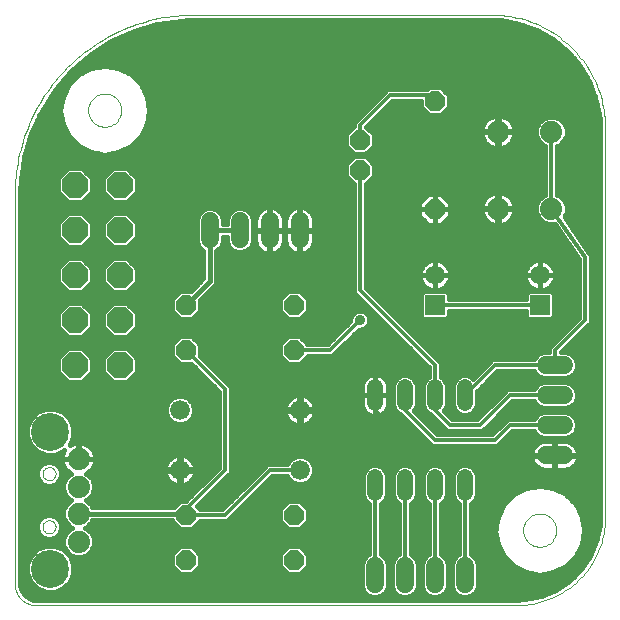
<source format=gtl>
G75*
%MOIN*%
%OFA0B0*%
%FSLAX24Y24*%
%IPPOS*%
%LPD*%
%AMOC8*
5,1,8,0,0,1.08239X$1,22.5*
%
%ADD10C,0.0000*%
%ADD11C,0.0520*%
%ADD12OC8,0.0660*%
%ADD13C,0.0660*%
%ADD14C,0.0650*%
%ADD15R,0.0650X0.0650*%
%ADD16C,0.0740*%
%ADD17C,0.1266*%
%ADD18C,0.0600*%
%ADD19OC8,0.0850*%
%ADD20C,0.0120*%
%ADD21C,0.0160*%
%ADD22C,0.0356*%
D10*
X005967Y000887D02*
X005967Y013875D01*
X008416Y016680D02*
X008418Y016727D01*
X008424Y016773D01*
X008434Y016819D01*
X008447Y016864D01*
X008465Y016907D01*
X008486Y016949D01*
X008510Y016989D01*
X008538Y017026D01*
X008569Y017061D01*
X008603Y017094D01*
X008639Y017123D01*
X008678Y017149D01*
X008719Y017172D01*
X008762Y017191D01*
X008806Y017207D01*
X008851Y017219D01*
X008897Y017227D01*
X008944Y017231D01*
X008990Y017231D01*
X009037Y017227D01*
X009083Y017219D01*
X009128Y017207D01*
X009172Y017191D01*
X009215Y017172D01*
X009256Y017149D01*
X009295Y017123D01*
X009331Y017094D01*
X009365Y017061D01*
X009396Y017026D01*
X009424Y016989D01*
X009448Y016949D01*
X009469Y016907D01*
X009487Y016864D01*
X009500Y016819D01*
X009510Y016773D01*
X009516Y016727D01*
X009518Y016680D01*
X009516Y016633D01*
X009510Y016587D01*
X009500Y016541D01*
X009487Y016496D01*
X009469Y016453D01*
X009448Y016411D01*
X009424Y016371D01*
X009396Y016334D01*
X009365Y016299D01*
X009331Y016266D01*
X009295Y016237D01*
X009256Y016211D01*
X009215Y016188D01*
X009172Y016169D01*
X009128Y016153D01*
X009083Y016141D01*
X009037Y016133D01*
X008990Y016129D01*
X008944Y016129D01*
X008897Y016133D01*
X008851Y016141D01*
X008806Y016153D01*
X008762Y016169D01*
X008719Y016188D01*
X008678Y016211D01*
X008639Y016237D01*
X008603Y016266D01*
X008569Y016299D01*
X008538Y016334D01*
X008510Y016371D01*
X008486Y016411D01*
X008465Y016453D01*
X008447Y016496D01*
X008434Y016541D01*
X008424Y016587D01*
X008418Y016633D01*
X008416Y016680D01*
X005967Y013875D02*
X005969Y014027D01*
X005975Y014178D01*
X005984Y014330D01*
X005998Y014481D01*
X006015Y014632D01*
X006036Y014782D01*
X006061Y014932D01*
X006090Y015081D01*
X006122Y015229D01*
X006158Y015376D01*
X006198Y015523D01*
X006242Y015668D01*
X006289Y015812D01*
X006340Y015955D01*
X006394Y016097D01*
X006452Y016237D01*
X006514Y016376D01*
X006579Y016513D01*
X006648Y016648D01*
X006720Y016782D01*
X006795Y016914D01*
X006874Y017043D01*
X006956Y017171D01*
X007041Y017297D01*
X007129Y017420D01*
X007220Y017542D01*
X007315Y017660D01*
X007412Y017777D01*
X007512Y017891D01*
X007615Y018002D01*
X007721Y018111D01*
X007830Y018217D01*
X007941Y018320D01*
X008055Y018420D01*
X008172Y018517D01*
X008290Y018612D01*
X008412Y018703D01*
X008535Y018791D01*
X008661Y018876D01*
X008789Y018958D01*
X008918Y019037D01*
X009050Y019112D01*
X009184Y019184D01*
X009319Y019253D01*
X009456Y019318D01*
X009595Y019380D01*
X009735Y019438D01*
X009877Y019492D01*
X010020Y019543D01*
X010164Y019590D01*
X010309Y019634D01*
X010456Y019674D01*
X010603Y019710D01*
X010751Y019742D01*
X010900Y019771D01*
X011050Y019796D01*
X011200Y019817D01*
X011351Y019834D01*
X011502Y019848D01*
X011654Y019857D01*
X011805Y019863D01*
X011957Y019865D01*
X021855Y019865D01*
X021977Y019863D01*
X022098Y019857D01*
X022220Y019847D01*
X022341Y019834D01*
X022461Y019816D01*
X022581Y019795D01*
X022700Y019770D01*
X022818Y019741D01*
X022935Y019708D01*
X023051Y019672D01*
X023166Y019631D01*
X023280Y019588D01*
X023392Y019540D01*
X023502Y019489D01*
X023611Y019434D01*
X023718Y019376D01*
X023823Y019315D01*
X023926Y019250D01*
X024027Y019182D01*
X024126Y019111D01*
X024222Y019037D01*
X024316Y018959D01*
X024408Y018879D01*
X024497Y018796D01*
X024583Y018710D01*
X024666Y018621D01*
X024746Y018529D01*
X024824Y018435D01*
X024898Y018339D01*
X024969Y018240D01*
X025037Y018139D01*
X025102Y018036D01*
X025163Y017931D01*
X025221Y017824D01*
X025276Y017715D01*
X025327Y017605D01*
X025375Y017493D01*
X025418Y017379D01*
X025459Y017264D01*
X025495Y017148D01*
X025528Y017031D01*
X025557Y016913D01*
X025582Y016794D01*
X025603Y016674D01*
X025621Y016554D01*
X025634Y016433D01*
X025644Y016311D01*
X025650Y016190D01*
X025652Y016068D01*
X025652Y003142D01*
X022916Y002680D02*
X022918Y002727D01*
X022924Y002773D01*
X022934Y002819D01*
X022947Y002864D01*
X022965Y002907D01*
X022986Y002949D01*
X023010Y002989D01*
X023038Y003026D01*
X023069Y003061D01*
X023103Y003094D01*
X023139Y003123D01*
X023178Y003149D01*
X023219Y003172D01*
X023262Y003191D01*
X023306Y003207D01*
X023351Y003219D01*
X023397Y003227D01*
X023444Y003231D01*
X023490Y003231D01*
X023537Y003227D01*
X023583Y003219D01*
X023628Y003207D01*
X023672Y003191D01*
X023715Y003172D01*
X023756Y003149D01*
X023795Y003123D01*
X023831Y003094D01*
X023865Y003061D01*
X023896Y003026D01*
X023924Y002989D01*
X023948Y002949D01*
X023969Y002907D01*
X023987Y002864D01*
X024000Y002819D01*
X024010Y002773D01*
X024016Y002727D01*
X024018Y002680D01*
X024016Y002633D01*
X024010Y002587D01*
X024000Y002541D01*
X023987Y002496D01*
X023969Y002453D01*
X023948Y002411D01*
X023924Y002371D01*
X023896Y002334D01*
X023865Y002299D01*
X023831Y002266D01*
X023795Y002237D01*
X023756Y002211D01*
X023715Y002188D01*
X023672Y002169D01*
X023628Y002153D01*
X023583Y002141D01*
X023537Y002133D01*
X023490Y002129D01*
X023444Y002129D01*
X023397Y002133D01*
X023351Y002141D01*
X023306Y002153D01*
X023262Y002169D01*
X023219Y002188D01*
X023178Y002211D01*
X023139Y002237D01*
X023103Y002266D01*
X023069Y002299D01*
X023038Y002334D01*
X023010Y002371D01*
X022986Y002411D01*
X022965Y002453D01*
X022947Y002496D01*
X022934Y002541D01*
X022924Y002587D01*
X022918Y002633D01*
X022916Y002680D01*
X022690Y000180D02*
X022798Y000182D01*
X022906Y000188D01*
X023014Y000198D01*
X023121Y000212D01*
X023228Y000229D01*
X023334Y000251D01*
X023439Y000276D01*
X023543Y000306D01*
X023646Y000339D01*
X023748Y000375D01*
X023848Y000416D01*
X023947Y000460D01*
X024044Y000508D01*
X024140Y000559D01*
X024233Y000614D01*
X024324Y000672D01*
X024413Y000733D01*
X024500Y000798D01*
X024585Y000865D01*
X024667Y000936D01*
X024746Y001010D01*
X024822Y001086D01*
X024896Y001165D01*
X024967Y001247D01*
X025034Y001332D01*
X025099Y001419D01*
X025160Y001508D01*
X025218Y001599D01*
X025273Y001692D01*
X025324Y001788D01*
X025372Y001885D01*
X025416Y001984D01*
X025457Y002084D01*
X025493Y002186D01*
X025526Y002289D01*
X025556Y002393D01*
X025581Y002498D01*
X025603Y002604D01*
X025620Y002711D01*
X025634Y002818D01*
X025644Y002926D01*
X025650Y003034D01*
X025652Y003142D01*
X022690Y000180D02*
X006674Y000180D01*
X006624Y000182D01*
X006573Y000187D01*
X006524Y000196D01*
X006475Y000209D01*
X006427Y000225D01*
X006380Y000244D01*
X006335Y000266D01*
X006292Y000292D01*
X006250Y000321D01*
X006211Y000353D01*
X006174Y000387D01*
X006140Y000424D01*
X006108Y000463D01*
X006079Y000505D01*
X006053Y000548D01*
X006031Y000593D01*
X006012Y000640D01*
X005996Y000688D01*
X005983Y000737D01*
X005974Y000786D01*
X005969Y000837D01*
X005967Y000887D01*
X006892Y002794D02*
X006894Y002823D01*
X006900Y002851D01*
X006909Y002879D01*
X006922Y002905D01*
X006939Y002928D01*
X006958Y002950D01*
X006980Y002969D01*
X007005Y002984D01*
X007031Y002997D01*
X007059Y003005D01*
X007087Y003010D01*
X007116Y003011D01*
X007145Y003008D01*
X007173Y003001D01*
X007200Y002991D01*
X007226Y002977D01*
X007249Y002960D01*
X007270Y002940D01*
X007288Y002917D01*
X007303Y002892D01*
X007314Y002865D01*
X007322Y002837D01*
X007326Y002808D01*
X007326Y002780D01*
X007322Y002751D01*
X007314Y002723D01*
X007303Y002696D01*
X007288Y002671D01*
X007270Y002648D01*
X007249Y002628D01*
X007226Y002611D01*
X007200Y002597D01*
X007173Y002587D01*
X007145Y002580D01*
X007116Y002577D01*
X007087Y002578D01*
X007059Y002583D01*
X007031Y002591D01*
X007005Y002604D01*
X006980Y002619D01*
X006958Y002638D01*
X006939Y002660D01*
X006922Y002683D01*
X006909Y002709D01*
X006900Y002737D01*
X006894Y002765D01*
X006892Y002794D01*
X006892Y004566D02*
X006894Y004595D01*
X006900Y004623D01*
X006909Y004651D01*
X006922Y004677D01*
X006939Y004700D01*
X006958Y004722D01*
X006980Y004741D01*
X007005Y004756D01*
X007031Y004769D01*
X007059Y004777D01*
X007087Y004782D01*
X007116Y004783D01*
X007145Y004780D01*
X007173Y004773D01*
X007200Y004763D01*
X007226Y004749D01*
X007249Y004732D01*
X007270Y004712D01*
X007288Y004689D01*
X007303Y004664D01*
X007314Y004637D01*
X007322Y004609D01*
X007326Y004580D01*
X007326Y004552D01*
X007322Y004523D01*
X007314Y004495D01*
X007303Y004468D01*
X007288Y004443D01*
X007270Y004420D01*
X007249Y004400D01*
X007226Y004383D01*
X007200Y004369D01*
X007173Y004359D01*
X007145Y004352D01*
X007116Y004349D01*
X007087Y004350D01*
X007059Y004355D01*
X007031Y004363D01*
X007005Y004376D01*
X006980Y004391D01*
X006958Y004410D01*
X006939Y004432D01*
X006922Y004455D01*
X006909Y004481D01*
X006900Y004509D01*
X006894Y004537D01*
X006892Y004566D01*
D11*
X017967Y004440D02*
X017967Y003920D01*
X018967Y003920D02*
X018967Y004440D01*
X019967Y004440D02*
X019967Y003920D01*
X020967Y003920D02*
X020967Y004440D01*
X020967Y006920D02*
X020967Y007440D01*
X019967Y007440D02*
X019967Y006920D01*
X018967Y006920D02*
X018967Y007440D01*
X017967Y007440D02*
X017967Y006920D01*
D12*
X015267Y008680D03*
X015267Y010180D03*
X011667Y010180D03*
X011667Y008680D03*
X011667Y003180D03*
X011667Y001680D03*
X015267Y001680D03*
X015267Y003180D03*
X019967Y013380D03*
X017467Y014680D03*
X017467Y015680D03*
X019967Y016980D03*
D13*
X015467Y006680D03*
X015467Y004680D03*
X011467Y004680D03*
X011467Y006680D03*
D14*
X019967Y011180D03*
X023467Y011180D03*
D15*
X023467Y010180D03*
X019967Y010180D03*
D16*
X022077Y013400D03*
X023857Y013400D03*
X023857Y015960D03*
X022077Y015960D03*
X008093Y005058D03*
X008093Y004124D03*
X008093Y003236D03*
X008093Y002302D03*
D17*
X007148Y001397D03*
X007148Y005963D03*
D18*
X012467Y012380D02*
X012467Y012980D01*
X013467Y012980D02*
X013467Y012380D01*
X014467Y012380D02*
X014467Y012980D01*
X015467Y012980D02*
X015467Y012380D01*
X023667Y008180D02*
X024267Y008180D01*
X024267Y007180D02*
X023667Y007180D01*
X023667Y006180D02*
X024267Y006180D01*
X024267Y005180D02*
X023667Y005180D01*
X020967Y001480D02*
X020967Y000880D01*
X019967Y000880D02*
X019967Y001480D01*
X018967Y001480D02*
X018967Y000880D01*
X017967Y000880D02*
X017967Y001480D01*
D19*
X009467Y008180D03*
X007967Y008180D03*
X007967Y009680D03*
X009467Y009680D03*
X009467Y011180D03*
X007967Y011180D03*
X007967Y012680D03*
X009467Y012680D03*
X009467Y014180D03*
X007967Y014180D03*
D20*
X011667Y008680D02*
X012967Y007380D01*
X012967Y004680D01*
X011667Y003380D01*
X011667Y003180D01*
X012967Y003180D01*
X014467Y004680D01*
X015467Y004680D01*
X017967Y004180D02*
X017967Y001180D01*
X018967Y001180D02*
X018967Y004180D01*
X019967Y004180D02*
X019967Y001180D01*
X020967Y001180D02*
X020967Y004180D01*
X019467Y005180D02*
X023967Y005180D01*
X023967Y006180D02*
X022467Y006180D01*
X021967Y005680D01*
X019967Y005680D01*
X018967Y006680D01*
X018967Y007180D01*
X019967Y007180D02*
X019967Y006680D01*
X020467Y006180D01*
X021467Y006180D01*
X022467Y007180D01*
X023967Y007180D01*
X023967Y008180D02*
X023967Y008680D01*
X024967Y009680D01*
X024967Y011790D01*
X023857Y013400D01*
X023857Y015960D01*
X019967Y016980D02*
X019767Y017180D01*
X018467Y017180D01*
X017467Y016180D01*
X017467Y015680D01*
X017467Y014680D02*
X017467Y010680D01*
X019967Y008180D01*
X019967Y007180D01*
X020967Y007180D02*
X021967Y008180D01*
X023967Y008180D01*
X023467Y010180D02*
X019967Y010180D01*
X017467Y009680D02*
X016467Y008680D01*
X015267Y008680D01*
X017967Y007180D02*
X017967Y006680D01*
X019467Y005180D01*
D21*
X019740Y004779D02*
X019887Y004840D01*
X020046Y004840D01*
X020193Y004779D01*
X020306Y004667D01*
X020367Y004520D01*
X020367Y003840D01*
X020306Y003693D01*
X020193Y003581D01*
X020167Y003570D01*
X020167Y001873D01*
X020216Y001853D01*
X020340Y001729D01*
X020407Y001568D01*
X020407Y000792D01*
X020340Y000631D01*
X020216Y000507D01*
X020054Y000440D01*
X019879Y000440D01*
X019718Y000507D01*
X019594Y000631D01*
X019527Y000792D01*
X019527Y001568D01*
X019594Y001729D01*
X019718Y001853D01*
X019767Y001873D01*
X019767Y003570D01*
X019740Y003581D01*
X019628Y003693D01*
X019567Y003840D01*
X019567Y004520D01*
X019628Y004667D01*
X019740Y004779D01*
X019738Y004777D02*
X019196Y004777D01*
X019193Y004779D02*
X019046Y004840D01*
X018887Y004840D01*
X018740Y004779D01*
X018628Y004667D01*
X018567Y004520D01*
X018567Y003840D01*
X018628Y003693D01*
X018740Y003581D01*
X018767Y003570D01*
X018767Y001873D01*
X018718Y001853D01*
X018594Y001729D01*
X018527Y001568D01*
X018527Y000792D01*
X018594Y000631D01*
X018718Y000507D01*
X018879Y000440D01*
X019054Y000440D01*
X019216Y000507D01*
X019340Y000631D01*
X019407Y000792D01*
X019407Y001568D01*
X019340Y001729D01*
X019216Y001853D01*
X019167Y001873D01*
X019167Y003570D01*
X019193Y003581D01*
X019306Y003693D01*
X019367Y003840D01*
X019367Y004520D01*
X019306Y004667D01*
X019193Y004779D01*
X019326Y004618D02*
X019608Y004618D01*
X019567Y004460D02*
X019367Y004460D01*
X019367Y004301D02*
X019567Y004301D01*
X019567Y004143D02*
X019367Y004143D01*
X019367Y003984D02*
X019567Y003984D01*
X019573Y003826D02*
X019361Y003826D01*
X019279Y003667D02*
X019654Y003667D01*
X019767Y003509D02*
X019167Y003509D01*
X019167Y003350D02*
X019767Y003350D01*
X019767Y003192D02*
X019167Y003192D01*
X019167Y003033D02*
X019767Y003033D01*
X019767Y002875D02*
X019167Y002875D01*
X019167Y002716D02*
X019767Y002716D01*
X019767Y002558D02*
X019167Y002558D01*
X019167Y002399D02*
X019767Y002399D01*
X019767Y002241D02*
X019167Y002241D01*
X019167Y002082D02*
X019767Y002082D01*
X019767Y001924D02*
X019167Y001924D01*
X019304Y001765D02*
X019630Y001765D01*
X019543Y001607D02*
X019391Y001607D01*
X019407Y001448D02*
X019527Y001448D01*
X019527Y001290D02*
X019407Y001290D01*
X019407Y001131D02*
X019527Y001131D01*
X019527Y000973D02*
X019407Y000973D01*
X019407Y000814D02*
X019527Y000814D01*
X019584Y000656D02*
X019350Y000656D01*
X019192Y000497D02*
X019742Y000497D01*
X020192Y000497D02*
X020742Y000497D01*
X020718Y000507D02*
X020879Y000440D01*
X021054Y000440D01*
X021216Y000507D01*
X021340Y000631D01*
X021407Y000792D01*
X021407Y001568D01*
X021340Y001729D01*
X021216Y001853D01*
X021167Y001873D01*
X021167Y003570D01*
X021193Y003581D01*
X021306Y003693D01*
X021367Y003840D01*
X021367Y004520D01*
X021306Y004667D01*
X021193Y004779D01*
X021046Y004840D01*
X020887Y004840D01*
X020740Y004779D01*
X020628Y004667D01*
X020567Y004520D01*
X020567Y003840D01*
X020628Y003693D01*
X020740Y003581D01*
X020767Y003570D01*
X020767Y001873D01*
X020718Y001853D01*
X020594Y001729D01*
X020527Y001568D01*
X020527Y000792D01*
X020594Y000631D01*
X020718Y000507D01*
X020584Y000656D02*
X020350Y000656D01*
X020407Y000814D02*
X020527Y000814D01*
X020527Y000973D02*
X020407Y000973D01*
X020407Y001131D02*
X020527Y001131D01*
X020527Y001290D02*
X020407Y001290D01*
X020407Y001448D02*
X020527Y001448D01*
X020543Y001607D02*
X020391Y001607D01*
X020304Y001765D02*
X020630Y001765D01*
X020767Y001924D02*
X020167Y001924D01*
X020167Y002082D02*
X020767Y002082D01*
X020767Y002241D02*
X020167Y002241D01*
X020167Y002399D02*
X020767Y002399D01*
X020767Y002558D02*
X020167Y002558D01*
X020167Y002716D02*
X020767Y002716D01*
X020767Y002875D02*
X020167Y002875D01*
X020167Y003033D02*
X020767Y003033D01*
X020767Y003192D02*
X020167Y003192D01*
X020167Y003350D02*
X020767Y003350D01*
X020767Y003509D02*
X020167Y003509D01*
X020279Y003667D02*
X020654Y003667D01*
X020573Y003826D02*
X020361Y003826D01*
X020367Y003984D02*
X020567Y003984D01*
X020567Y004143D02*
X020367Y004143D01*
X020367Y004301D02*
X020567Y004301D01*
X020567Y004460D02*
X020367Y004460D01*
X020326Y004618D02*
X020608Y004618D01*
X020738Y004777D02*
X020196Y004777D01*
X019884Y005480D02*
X022050Y005480D01*
X022550Y005980D01*
X023273Y005980D01*
X023294Y005931D01*
X023418Y005807D01*
X023579Y005740D01*
X024354Y005740D01*
X024516Y005807D01*
X024640Y005931D01*
X024707Y006092D01*
X024707Y006268D01*
X024640Y006429D01*
X024516Y006553D01*
X024354Y006620D01*
X023579Y006620D01*
X023418Y006553D01*
X023294Y006429D01*
X023273Y006380D01*
X022384Y006380D01*
X022267Y006263D01*
X021884Y005880D01*
X020050Y005880D01*
X019271Y006659D01*
X019306Y006693D01*
X019367Y006840D01*
X019367Y007520D01*
X019306Y007667D01*
X019193Y007779D01*
X019046Y007840D01*
X018887Y007840D01*
X018740Y007779D01*
X018628Y007667D01*
X018567Y007520D01*
X018567Y006840D01*
X018628Y006693D01*
X018740Y006581D01*
X018813Y006551D01*
X019767Y005597D01*
X019884Y005480D01*
X019795Y005569D02*
X013167Y005569D01*
X013167Y005411D02*
X023246Y005411D01*
X023256Y005432D02*
X023222Y005364D01*
X023199Y005292D01*
X023187Y005218D01*
X023187Y005200D01*
X023947Y005200D01*
X023947Y005660D01*
X023629Y005660D01*
X023554Y005648D01*
X023483Y005625D01*
X023415Y005591D01*
X023354Y005546D01*
X023301Y005493D01*
X023256Y005432D01*
X023386Y005569D02*
X022139Y005569D01*
X022297Y005728D02*
X025472Y005728D01*
X025472Y005886D02*
X024595Y005886D01*
X024687Y006045D02*
X025472Y006045D01*
X025472Y006203D02*
X024707Y006203D01*
X024668Y006362D02*
X025472Y006362D01*
X025472Y006520D02*
X024549Y006520D01*
X024516Y006807D02*
X024640Y006931D01*
X024707Y007092D01*
X024707Y007268D01*
X024640Y007429D01*
X024516Y007553D01*
X024354Y007620D01*
X023579Y007620D01*
X023418Y007553D01*
X023294Y007429D01*
X023273Y007380D01*
X022384Y007380D01*
X022267Y007263D01*
X021384Y006380D01*
X020550Y006380D01*
X020271Y006659D01*
X020306Y006693D01*
X020367Y006840D01*
X020367Y007520D01*
X020306Y007667D01*
X020193Y007779D01*
X020167Y007790D01*
X020167Y008263D01*
X017667Y010763D01*
X017667Y014215D01*
X017937Y014485D01*
X017937Y014875D01*
X017661Y015150D01*
X017272Y015150D01*
X016997Y014875D01*
X016997Y014485D01*
X017267Y014215D01*
X017267Y010597D01*
X017384Y010480D01*
X019767Y008097D01*
X019767Y007790D01*
X019740Y007779D01*
X019628Y007667D01*
X019567Y007520D01*
X019567Y006840D01*
X019628Y006693D01*
X019740Y006581D01*
X019813Y006551D01*
X020267Y006097D01*
X020384Y005980D01*
X021550Y005980D01*
X021667Y006097D01*
X022550Y006980D01*
X023273Y006980D01*
X023294Y006931D01*
X023418Y006807D01*
X023579Y006740D01*
X024354Y006740D01*
X024516Y006807D01*
X024546Y006837D02*
X025472Y006837D01*
X025472Y006679D02*
X022248Y006679D01*
X022407Y006837D02*
X023388Y006837D01*
X023385Y006520D02*
X022090Y006520D01*
X021931Y006362D02*
X022365Y006362D01*
X022207Y006203D02*
X021773Y006203D01*
X021614Y006045D02*
X022048Y006045D01*
X021890Y005886D02*
X020044Y005886D01*
X019885Y006045D02*
X020319Y006045D01*
X020161Y006203D02*
X019727Y006203D01*
X019568Y006362D02*
X020002Y006362D01*
X019844Y006520D02*
X019410Y006520D01*
X019291Y006679D02*
X019643Y006679D01*
X019568Y006837D02*
X019365Y006837D01*
X019367Y006996D02*
X019567Y006996D01*
X019567Y007154D02*
X019367Y007154D01*
X019367Y007313D02*
X019567Y007313D01*
X019567Y007471D02*
X019367Y007471D01*
X019321Y007630D02*
X019612Y007630D01*
X019762Y007788D02*
X019172Y007788D01*
X018762Y007788D02*
X018236Y007788D01*
X018253Y007776D02*
X018197Y007816D01*
X018136Y007848D01*
X018070Y007869D01*
X018001Y007880D01*
X017967Y007880D01*
X017967Y007180D01*
X018407Y007180D01*
X018407Y007475D01*
X018396Y007543D01*
X018375Y007609D01*
X018343Y007671D01*
X018302Y007727D01*
X018253Y007776D01*
X018364Y007630D02*
X018612Y007630D01*
X018567Y007471D02*
X018407Y007471D01*
X018407Y007313D02*
X018567Y007313D01*
X018567Y007154D02*
X018407Y007154D01*
X018407Y007180D02*
X017967Y007180D01*
X017967Y007180D01*
X017967Y007180D01*
X017967Y006480D01*
X018001Y006480D01*
X018070Y006491D01*
X018136Y006512D01*
X018197Y006544D01*
X018253Y006584D01*
X018302Y006633D01*
X018343Y006689D01*
X018375Y006751D01*
X018396Y006817D01*
X018407Y006885D01*
X018407Y007180D01*
X018407Y006996D02*
X018567Y006996D01*
X018568Y006837D02*
X018399Y006837D01*
X018335Y006679D02*
X018643Y006679D01*
X018844Y006520D02*
X018151Y006520D01*
X017967Y006520D02*
X017967Y006520D01*
X017967Y006480D02*
X017967Y007180D01*
X017967Y007180D01*
X017967Y007880D01*
X017932Y007880D01*
X017864Y007869D01*
X017798Y007848D01*
X017736Y007816D01*
X017680Y007776D01*
X017631Y007727D01*
X017590Y007671D01*
X017559Y007609D01*
X017538Y007543D01*
X017527Y007475D01*
X017527Y007180D01*
X017527Y006885D01*
X017538Y006817D01*
X017559Y006751D01*
X017590Y006689D01*
X017631Y006633D01*
X017680Y006584D01*
X017736Y006544D01*
X017798Y006512D01*
X017864Y006491D01*
X017932Y006480D01*
X017967Y006480D01*
X017783Y006520D02*
X015951Y006520D01*
X015939Y006484D02*
X015964Y006561D01*
X015977Y006640D01*
X015977Y006650D01*
X015497Y006650D01*
X015497Y006710D01*
X015977Y006710D01*
X015977Y006720D01*
X015964Y006799D01*
X015939Y006876D01*
X015903Y006947D01*
X015856Y007012D01*
X015799Y007069D01*
X015734Y007116D01*
X015663Y007153D01*
X015586Y007177D01*
X015507Y007190D01*
X015497Y007190D01*
X015497Y006710D01*
X015437Y006710D01*
X015437Y007190D01*
X015427Y007190D01*
X015347Y007177D01*
X015271Y007153D01*
X015199Y007116D01*
X015135Y007069D01*
X015078Y007012D01*
X015031Y006947D01*
X014994Y006876D01*
X014969Y006799D01*
X014957Y006720D01*
X014957Y006710D01*
X015437Y006710D01*
X015437Y006650D01*
X015497Y006650D01*
X015497Y006170D01*
X015507Y006170D01*
X015586Y006183D01*
X015663Y006207D01*
X015734Y006244D01*
X015799Y006291D01*
X015856Y006348D01*
X015903Y006413D01*
X015939Y006484D01*
X015866Y006362D02*
X019002Y006362D01*
X019161Y006203D02*
X015649Y006203D01*
X015497Y006203D02*
X015437Y006203D01*
X015437Y006170D02*
X015437Y006650D01*
X014957Y006650D01*
X014957Y006640D01*
X014969Y006561D01*
X014994Y006484D01*
X015031Y006413D01*
X015078Y006348D01*
X015135Y006291D01*
X015199Y006244D01*
X015271Y006207D01*
X015347Y006183D01*
X015427Y006170D01*
X015437Y006170D01*
X015284Y006203D02*
X013167Y006203D01*
X013167Y006045D02*
X019319Y006045D01*
X019478Y005886D02*
X013167Y005886D01*
X013167Y005728D02*
X019636Y005728D01*
X020410Y006520D02*
X020887Y006520D01*
X021046Y006520D01*
X021193Y006581D01*
X021306Y006693D01*
X021367Y006840D01*
X021367Y007297D01*
X022050Y007980D01*
X023273Y007980D01*
X023294Y007931D01*
X023418Y007807D01*
X023579Y007740D01*
X024354Y007740D01*
X024516Y007807D01*
X024640Y007931D01*
X024707Y008092D01*
X024707Y008268D01*
X024640Y008429D01*
X024516Y008553D01*
X024354Y008620D01*
X024190Y008620D01*
X025050Y009480D01*
X025167Y009597D01*
X025167Y011772D01*
X025178Y011835D01*
X025167Y011852D01*
X025167Y011873D01*
X025121Y011919D01*
X024293Y013120D01*
X024367Y013299D01*
X024367Y013501D01*
X024289Y013689D01*
X024146Y013832D01*
X024057Y013869D01*
X024057Y015491D01*
X024146Y015528D01*
X024289Y015671D01*
X024367Y015859D01*
X024367Y016061D01*
X024289Y016249D01*
X024146Y016392D01*
X023958Y016470D01*
X023755Y016470D01*
X023568Y016392D01*
X023424Y016249D01*
X023347Y016061D01*
X023347Y015859D01*
X023424Y015671D01*
X023568Y015528D01*
X023657Y015491D01*
X023657Y013869D01*
X023568Y013832D01*
X023424Y013689D01*
X023347Y013501D01*
X023347Y013299D01*
X023424Y013111D01*
X023568Y012968D01*
X023755Y012890D01*
X023958Y012890D01*
X023964Y012892D01*
X024767Y011728D01*
X024767Y009763D01*
X023767Y008763D01*
X023767Y008620D01*
X023579Y008620D01*
X023418Y008553D01*
X023294Y008429D01*
X023273Y008380D01*
X021884Y008380D01*
X021767Y008263D01*
X021238Y007734D01*
X021193Y007779D01*
X021046Y007840D01*
X020887Y007840D01*
X020740Y007779D01*
X020628Y007667D01*
X020567Y007520D01*
X020567Y006840D01*
X020628Y006693D01*
X020740Y006581D01*
X020887Y006520D01*
X021046Y006520D02*
X021524Y006520D01*
X021682Y006679D02*
X021291Y006679D01*
X021365Y006837D02*
X021841Y006837D01*
X021999Y006996D02*
X021367Y006996D01*
X021367Y007154D02*
X022158Y007154D01*
X022316Y007313D02*
X021382Y007313D01*
X021541Y007471D02*
X023336Y007471D01*
X023463Y007788D02*
X021858Y007788D01*
X022016Y007947D02*
X023287Y007947D01*
X023291Y008422D02*
X020008Y008422D01*
X020166Y008264D02*
X021767Y008264D01*
X021609Y008105D02*
X020167Y008105D01*
X020167Y007947D02*
X021450Y007947D01*
X021292Y007788D02*
X021172Y007788D01*
X020762Y007788D02*
X020172Y007788D01*
X020321Y007630D02*
X020612Y007630D01*
X020567Y007471D02*
X020367Y007471D01*
X020367Y007313D02*
X020567Y007313D01*
X020567Y007154D02*
X020367Y007154D01*
X020367Y006996D02*
X020567Y006996D01*
X020568Y006837D02*
X020365Y006837D01*
X020291Y006679D02*
X020643Y006679D01*
X021699Y007630D02*
X025472Y007630D01*
X025472Y007788D02*
X024470Y007788D01*
X024646Y007947D02*
X025472Y007947D01*
X025472Y008105D02*
X024707Y008105D01*
X024707Y008264D02*
X025472Y008264D01*
X025472Y008422D02*
X024643Y008422D01*
X024450Y008581D02*
X025472Y008581D01*
X025472Y008739D02*
X024309Y008739D01*
X024467Y008898D02*
X025472Y008898D01*
X025472Y009056D02*
X024626Y009056D01*
X024784Y009215D02*
X025472Y009215D01*
X025472Y009373D02*
X024943Y009373D01*
X025101Y009532D02*
X025472Y009532D01*
X025472Y009690D02*
X025167Y009690D01*
X025167Y009849D02*
X025472Y009849D01*
X025472Y010007D02*
X025167Y010007D01*
X025167Y010166D02*
X025472Y010166D01*
X025472Y010324D02*
X025167Y010324D01*
X025167Y010483D02*
X025472Y010483D01*
X025472Y010641D02*
X025167Y010641D01*
X025167Y010800D02*
X025472Y010800D01*
X025472Y010958D02*
X025167Y010958D01*
X025167Y011117D02*
X025472Y011117D01*
X025472Y011275D02*
X025167Y011275D01*
X025167Y011434D02*
X025472Y011434D01*
X025472Y011592D02*
X025167Y011592D01*
X025167Y011751D02*
X025472Y011751D01*
X025472Y011909D02*
X025131Y011909D01*
X025018Y012068D02*
X025472Y012068D01*
X025472Y012226D02*
X024909Y012226D01*
X024800Y012385D02*
X025472Y012385D01*
X025472Y012543D02*
X024691Y012543D01*
X024581Y012702D02*
X025472Y012702D01*
X025472Y012860D02*
X024472Y012860D01*
X024363Y013019D02*
X025472Y013019D01*
X025472Y013177D02*
X024316Y013177D01*
X024367Y013336D02*
X025472Y013336D01*
X025472Y013494D02*
X024367Y013494D01*
X024304Y013653D02*
X025472Y013653D01*
X025472Y013811D02*
X024167Y013811D01*
X024057Y013970D02*
X025472Y013970D01*
X025472Y014128D02*
X024057Y014128D01*
X024057Y014287D02*
X025472Y014287D01*
X025472Y014445D02*
X024057Y014445D01*
X024057Y014604D02*
X025472Y014604D01*
X025472Y014762D02*
X024057Y014762D01*
X024057Y014921D02*
X025472Y014921D01*
X025472Y015079D02*
X024057Y015079D01*
X024057Y015238D02*
X025472Y015238D01*
X025472Y015396D02*
X024057Y015396D01*
X024173Y015555D02*
X025472Y015555D01*
X025472Y015713D02*
X024306Y015713D01*
X024367Y015872D02*
X025472Y015872D01*
X025472Y016030D02*
X024367Y016030D01*
X024314Y016189D02*
X025467Y016189D01*
X025472Y016068D02*
X025472Y003142D01*
X025458Y002869D01*
X025352Y002335D01*
X025143Y001831D01*
X024840Y001377D01*
X024455Y000992D01*
X024001Y000689D01*
X023497Y000480D01*
X022962Y000373D01*
X022690Y000360D01*
X006674Y000360D01*
X006591Y000366D01*
X006435Y000417D01*
X006301Y000514D01*
X006204Y000648D01*
X006153Y000805D01*
X006147Y000887D01*
X006147Y013875D01*
X006162Y014289D01*
X006280Y015110D01*
X006513Y015905D01*
X006858Y016659D01*
X007306Y017357D01*
X007849Y017983D01*
X008475Y018526D01*
X009173Y018974D01*
X009927Y019319D01*
X010722Y019552D01*
X011543Y019670D01*
X011957Y019685D01*
X021855Y019685D01*
X022170Y019671D01*
X022791Y019562D01*
X023383Y019346D01*
X023929Y019031D01*
X024412Y018626D01*
X024818Y018143D01*
X025133Y017597D01*
X025349Y017004D01*
X025458Y016383D01*
X025472Y016068D01*
X025460Y016347D02*
X024191Y016347D01*
X023523Y016347D02*
X022468Y016347D01*
X022496Y016318D02*
X022435Y016380D01*
X022365Y016430D01*
X022288Y016470D01*
X022206Y016496D01*
X022120Y016510D01*
X022097Y016510D01*
X022097Y015980D01*
X022627Y015980D01*
X022627Y016003D01*
X022613Y016089D01*
X022586Y016171D01*
X022547Y016248D01*
X022496Y016318D01*
X022578Y016189D02*
X023399Y016189D01*
X023347Y016030D02*
X022623Y016030D01*
X022627Y015940D02*
X022097Y015940D01*
X022097Y015980D01*
X022057Y015980D01*
X022057Y016510D01*
X022033Y016510D01*
X021948Y016496D01*
X021866Y016470D01*
X021789Y016430D01*
X021718Y016380D01*
X021657Y016318D01*
X021606Y016248D01*
X021567Y016171D01*
X021540Y016089D01*
X021527Y016003D01*
X021527Y015980D01*
X022057Y015980D01*
X022057Y015940D01*
X022097Y015940D01*
X022097Y015410D01*
X022120Y015410D01*
X022206Y015424D01*
X022288Y015450D01*
X022365Y015490D01*
X022435Y015540D01*
X022496Y015602D01*
X022547Y015672D01*
X022586Y015749D01*
X022613Y015831D01*
X022627Y015917D01*
X022627Y015940D01*
X022620Y015872D02*
X023347Y015872D01*
X023407Y015713D02*
X022568Y015713D01*
X022449Y015555D02*
X023541Y015555D01*
X023657Y015396D02*
X017847Y015396D01*
X017937Y015485D02*
X017661Y015210D01*
X017272Y015210D01*
X016997Y015485D01*
X016997Y015875D01*
X017267Y016145D01*
X017267Y016263D01*
X018267Y017263D01*
X018384Y017380D01*
X019702Y017380D01*
X019772Y017450D01*
X020161Y017450D01*
X020437Y017175D01*
X020437Y016785D01*
X020161Y016510D01*
X019772Y016510D01*
X019497Y016785D01*
X019497Y016980D01*
X018550Y016980D01*
X017691Y016121D01*
X017937Y015875D01*
X017937Y015485D01*
X017937Y015555D02*
X021704Y015555D01*
X021718Y015540D02*
X021789Y015490D01*
X021866Y015450D01*
X021948Y015424D01*
X022033Y015410D01*
X022057Y015410D01*
X022057Y015940D01*
X021527Y015940D01*
X021527Y015917D01*
X021540Y015831D01*
X021567Y015749D01*
X021606Y015672D01*
X021657Y015602D01*
X021718Y015540D01*
X021585Y015713D02*
X017937Y015713D01*
X017937Y015872D02*
X021534Y015872D01*
X021531Y016030D02*
X017781Y016030D01*
X017758Y016189D02*
X021576Y016189D01*
X021686Y016347D02*
X017917Y016347D01*
X018075Y016506D02*
X022005Y016506D01*
X022057Y016506D02*
X022097Y016506D01*
X022148Y016506D02*
X025436Y016506D01*
X025409Y016664D02*
X020315Y016664D01*
X020437Y016823D02*
X025381Y016823D01*
X025353Y016981D02*
X020437Y016981D01*
X020437Y017140D02*
X025299Y017140D01*
X025242Y017298D02*
X020313Y017298D01*
X019618Y016664D02*
X018234Y016664D01*
X018392Y016823D02*
X019497Y016823D01*
X018302Y017298D02*
X010292Y017298D01*
X010212Y017457D02*
X025184Y017457D01*
X025122Y017615D02*
X010099Y017615D01*
X010164Y017550D02*
X009837Y017877D01*
X009837Y017877D01*
X009424Y018088D01*
X008967Y018160D01*
X008967Y018160D01*
X008509Y018088D01*
X008097Y017877D01*
X007769Y017550D01*
X007769Y017550D01*
X007559Y017137D01*
X007487Y016680D01*
X007559Y016223D01*
X007769Y015810D01*
X008097Y015483D01*
X008509Y015272D01*
X008967Y015200D01*
X009424Y015272D01*
X009837Y015483D01*
X010164Y015810D01*
X010374Y016223D01*
X010374Y016223D01*
X010447Y016680D01*
X010374Y017137D01*
X010374Y017137D01*
X010164Y017550D01*
X010164Y017550D01*
X009941Y017774D02*
X025031Y017774D01*
X024939Y017932D02*
X009729Y017932D01*
X009424Y018088D02*
X009424Y018088D01*
X009405Y018091D02*
X024848Y018091D01*
X024728Y018249D02*
X008155Y018249D01*
X007972Y018091D02*
X008528Y018091D01*
X008509Y018088D02*
X008509Y018088D01*
X008204Y017932D02*
X007804Y017932D01*
X007667Y017774D02*
X007993Y017774D01*
X008097Y017877D02*
X008097Y017877D01*
X007835Y017615D02*
X007530Y017615D01*
X007392Y017457D02*
X007722Y017457D01*
X007641Y017298D02*
X007268Y017298D01*
X007166Y017140D02*
X007560Y017140D01*
X007559Y017137D02*
X007559Y017137D01*
X007534Y016981D02*
X007064Y016981D01*
X006962Y016823D02*
X007509Y016823D01*
X007487Y016680D02*
X007487Y016680D01*
X007489Y016664D02*
X006861Y016664D01*
X006787Y016506D02*
X007514Y016506D01*
X007540Y016347D02*
X006715Y016347D01*
X006643Y016189D02*
X007577Y016189D01*
X007559Y016223D02*
X007559Y016223D01*
X007657Y016030D02*
X006570Y016030D01*
X006503Y015872D02*
X007738Y015872D01*
X007769Y015810D02*
X007769Y015810D01*
X007866Y015713D02*
X006457Y015713D01*
X006410Y015555D02*
X008025Y015555D01*
X008097Y015483D02*
X008097Y015483D01*
X008267Y015396D02*
X006364Y015396D01*
X006317Y015238D02*
X008730Y015238D01*
X008509Y015272D02*
X008509Y015272D01*
X008967Y015200D02*
X008967Y015200D01*
X009204Y015238D02*
X017245Y015238D01*
X017201Y015079D02*
X006275Y015079D01*
X006252Y014921D02*
X017043Y014921D01*
X016997Y014762D02*
X006230Y014762D01*
X006207Y014604D02*
X007591Y014604D01*
X007733Y014745D02*
X007402Y014414D01*
X007402Y013946D01*
X007733Y013615D01*
X008201Y013615D01*
X008532Y013946D01*
X008532Y014414D01*
X008201Y014745D01*
X007733Y014745D01*
X007433Y014445D02*
X006184Y014445D01*
X006161Y014287D02*
X007402Y014287D01*
X007402Y014128D02*
X006156Y014128D01*
X006150Y013970D02*
X007402Y013970D01*
X007537Y013811D02*
X006147Y013811D01*
X006147Y013653D02*
X007695Y013653D01*
X007733Y013245D02*
X007402Y012914D01*
X007402Y012446D01*
X007733Y012115D01*
X008201Y012115D01*
X008532Y012446D01*
X008532Y012914D01*
X008201Y013245D01*
X007733Y013245D01*
X007665Y013177D02*
X006147Y013177D01*
X006147Y013019D02*
X007506Y013019D01*
X007402Y012860D02*
X006147Y012860D01*
X006147Y012702D02*
X007402Y012702D01*
X007402Y012543D02*
X006147Y012543D01*
X006147Y012385D02*
X007463Y012385D01*
X007622Y012226D02*
X006147Y012226D01*
X006147Y012068D02*
X012157Y012068D01*
X012218Y012007D02*
X012247Y011995D01*
X012247Y011071D01*
X011826Y010650D01*
X011472Y010650D01*
X011197Y010375D01*
X011197Y009985D01*
X011472Y009710D01*
X011861Y009710D01*
X012137Y009985D01*
X012137Y010339D01*
X012687Y010889D01*
X012687Y011995D01*
X012716Y012007D01*
X012840Y012131D01*
X012907Y012292D01*
X012907Y012460D01*
X013027Y012460D01*
X013027Y012292D01*
X013094Y012131D01*
X013218Y012007D01*
X013379Y011940D01*
X013554Y011940D01*
X013716Y012007D01*
X013840Y012131D01*
X013907Y012292D01*
X013907Y013068D01*
X013840Y013229D01*
X013716Y013353D01*
X013554Y013420D01*
X013379Y013420D01*
X013218Y013353D01*
X013094Y013229D01*
X013027Y013068D01*
X013027Y012900D01*
X012907Y012900D01*
X012907Y013068D01*
X012840Y013229D01*
X012716Y013353D01*
X012554Y013420D01*
X012379Y013420D01*
X012218Y013353D01*
X012094Y013229D01*
X012027Y013068D01*
X012027Y012292D01*
X012094Y012131D01*
X012218Y012007D01*
X012247Y011909D02*
X006147Y011909D01*
X006147Y011751D02*
X012247Y011751D01*
X012247Y011592D02*
X009854Y011592D01*
X009701Y011745D02*
X009233Y011745D01*
X008902Y011414D01*
X008902Y010946D01*
X009233Y010615D01*
X009701Y010615D01*
X010032Y010946D01*
X010032Y011414D01*
X009701Y011745D01*
X010012Y011434D02*
X012247Y011434D01*
X012247Y011275D02*
X010032Y011275D01*
X010032Y011117D02*
X012247Y011117D01*
X012134Y010958D02*
X010032Y010958D01*
X009885Y010800D02*
X011975Y010800D01*
X012280Y010483D02*
X014905Y010483D01*
X014797Y010375D02*
X014797Y009985D01*
X015072Y009710D01*
X015461Y009710D01*
X015737Y009985D01*
X015737Y010375D01*
X015461Y010650D01*
X015072Y010650D01*
X014797Y010375D01*
X014797Y010324D02*
X012137Y010324D01*
X012137Y010166D02*
X014797Y010166D01*
X014797Y010007D02*
X012137Y010007D01*
X012000Y009849D02*
X014934Y009849D01*
X015600Y009849D02*
X017192Y009849D01*
X017197Y009860D02*
X017149Y009743D01*
X017149Y009645D01*
X016384Y008880D01*
X015731Y008880D01*
X015461Y009150D01*
X015072Y009150D01*
X014797Y008875D01*
X014797Y008485D01*
X015072Y008210D01*
X015461Y008210D01*
X015731Y008480D01*
X016550Y008480D01*
X017432Y009362D01*
X017530Y009362D01*
X017647Y009410D01*
X017736Y009500D01*
X017785Y009617D01*
X017785Y009743D01*
X017736Y009860D01*
X017647Y009950D01*
X017530Y009998D01*
X017403Y009998D01*
X017287Y009950D01*
X017197Y009860D01*
X017149Y009690D02*
X010032Y009690D01*
X010032Y009532D02*
X017035Y009532D01*
X016877Y009373D02*
X009959Y009373D01*
X010032Y009446D02*
X009701Y009115D01*
X009233Y009115D01*
X008902Y009446D01*
X008902Y009914D01*
X009233Y010245D01*
X009701Y010245D01*
X010032Y009914D01*
X010032Y009446D01*
X009800Y009215D02*
X016718Y009215D01*
X016560Y009056D02*
X015555Y009056D01*
X015714Y008898D02*
X016401Y008898D01*
X016650Y008581D02*
X019283Y008581D01*
X019125Y008739D02*
X016809Y008739D01*
X016967Y008898D02*
X018966Y008898D01*
X018808Y009056D02*
X017126Y009056D01*
X017284Y009215D02*
X018649Y009215D01*
X018491Y009373D02*
X017557Y009373D01*
X017750Y009532D02*
X018332Y009532D01*
X018174Y009690D02*
X017785Y009690D01*
X017741Y009849D02*
X018015Y009849D01*
X017857Y010007D02*
X015737Y010007D01*
X015737Y010166D02*
X017698Y010166D01*
X017540Y010324D02*
X015737Y010324D01*
X015629Y010483D02*
X017381Y010483D01*
X017267Y010641D02*
X015470Y010641D01*
X015063Y010641D02*
X012439Y010641D01*
X012597Y010800D02*
X017267Y010800D01*
X017267Y010958D02*
X012687Y010958D01*
X012687Y011117D02*
X017267Y011117D01*
X017267Y011275D02*
X012687Y011275D01*
X012687Y011434D02*
X017267Y011434D01*
X017267Y011592D02*
X012687Y011592D01*
X012687Y011751D02*
X017267Y011751D01*
X017267Y011909D02*
X015561Y011909D01*
X015579Y011912D02*
X015651Y011935D01*
X015718Y011969D01*
X015779Y012014D01*
X015833Y012067D01*
X015877Y012128D01*
X015912Y012196D01*
X015935Y012268D01*
X015947Y012342D01*
X015947Y012660D01*
X015487Y012660D01*
X015487Y012700D01*
X015947Y012700D01*
X015947Y013018D01*
X015935Y013092D01*
X015912Y013164D01*
X015877Y013232D01*
X015833Y013293D01*
X015779Y013346D01*
X015718Y013391D01*
X015651Y013425D01*
X015579Y013448D01*
X015505Y013460D01*
X015487Y013460D01*
X015487Y012700D01*
X015447Y012700D01*
X015447Y013460D01*
X015429Y013460D01*
X015354Y013448D01*
X015283Y013425D01*
X015215Y013391D01*
X015154Y013346D01*
X015101Y013293D01*
X015056Y013232D01*
X015022Y013164D01*
X014999Y013092D01*
X014987Y013018D01*
X014987Y012700D01*
X015447Y012700D01*
X015447Y012660D01*
X015487Y012660D01*
X015487Y011900D01*
X015505Y011900D01*
X015579Y011912D01*
X015487Y011909D02*
X015447Y011909D01*
X015447Y011900D02*
X015447Y012660D01*
X014987Y012660D01*
X014987Y012342D01*
X014999Y012268D01*
X015022Y012196D01*
X015056Y012128D01*
X015101Y012067D01*
X015154Y012014D01*
X015215Y011969D01*
X015283Y011935D01*
X015354Y011912D01*
X015429Y011900D01*
X015447Y011900D01*
X015372Y011909D02*
X014561Y011909D01*
X014579Y011912D02*
X014651Y011935D01*
X014718Y011969D01*
X014779Y012014D01*
X014833Y012067D01*
X014877Y012128D01*
X014912Y012196D01*
X014935Y012268D01*
X014947Y012342D01*
X014947Y012660D01*
X014487Y012660D01*
X014487Y012700D01*
X014947Y012700D01*
X014947Y013018D01*
X014935Y013092D01*
X014912Y013164D01*
X014877Y013232D01*
X014833Y013293D01*
X014779Y013346D01*
X014718Y013391D01*
X014651Y013425D01*
X014579Y013448D01*
X014505Y013460D01*
X014487Y013460D01*
X014487Y012700D01*
X014447Y012700D01*
X014447Y013460D01*
X014429Y013460D01*
X014354Y013448D01*
X014283Y013425D01*
X014215Y013391D01*
X014154Y013346D01*
X014101Y013293D01*
X014056Y013232D01*
X014022Y013164D01*
X013999Y013092D01*
X013987Y013018D01*
X013987Y012700D01*
X014447Y012700D01*
X014447Y012660D01*
X014487Y012660D01*
X014487Y011900D01*
X014505Y011900D01*
X014579Y011912D01*
X014487Y011909D02*
X014447Y011909D01*
X014447Y011900D02*
X014447Y012660D01*
X013987Y012660D01*
X013987Y012342D01*
X013999Y012268D01*
X014022Y012196D01*
X014056Y012128D01*
X014101Y012067D01*
X014154Y012014D01*
X014215Y011969D01*
X014283Y011935D01*
X014354Y011912D01*
X014429Y011900D01*
X014447Y011900D01*
X014372Y011909D02*
X012687Y011909D01*
X012777Y012068D02*
X013157Y012068D01*
X013054Y012226D02*
X012879Y012226D01*
X012907Y012385D02*
X013027Y012385D01*
X013467Y012680D02*
X012467Y012680D01*
X012467Y010980D01*
X011667Y010180D01*
X011334Y009849D02*
X010032Y009849D01*
X009939Y010007D02*
X011197Y010007D01*
X011197Y010166D02*
X009780Y010166D01*
X009153Y010166D02*
X008280Y010166D01*
X008201Y010245D02*
X007733Y010245D01*
X007402Y009914D01*
X007402Y009446D01*
X007733Y009115D01*
X008201Y009115D01*
X008532Y009446D01*
X008532Y009914D01*
X008201Y010245D01*
X008201Y010615D02*
X008532Y010946D01*
X008532Y011414D01*
X008201Y011745D01*
X007733Y011745D01*
X007402Y011414D01*
X007402Y010946D01*
X007733Y010615D01*
X008201Y010615D01*
X008227Y010641D02*
X009207Y010641D01*
X009048Y010800D02*
X008385Y010800D01*
X008532Y010958D02*
X008902Y010958D01*
X008902Y011117D02*
X008532Y011117D01*
X008532Y011275D02*
X008902Y011275D01*
X008921Y011434D02*
X008512Y011434D01*
X008354Y011592D02*
X009080Y011592D01*
X009233Y012115D02*
X009701Y012115D01*
X010032Y012446D01*
X010032Y012914D01*
X009701Y013245D01*
X009233Y013245D01*
X008902Y012914D01*
X008902Y012446D01*
X009233Y012115D01*
X009122Y012226D02*
X008312Y012226D01*
X008470Y012385D02*
X008963Y012385D01*
X008902Y012543D02*
X008532Y012543D01*
X008532Y012702D02*
X008902Y012702D01*
X008902Y012860D02*
X008532Y012860D01*
X008427Y013019D02*
X009006Y013019D01*
X009165Y013177D02*
X008269Y013177D01*
X008238Y013653D02*
X009195Y013653D01*
X009233Y013615D02*
X008902Y013946D01*
X008902Y014414D01*
X009233Y014745D01*
X009701Y014745D01*
X010032Y014414D01*
X010032Y013946D01*
X009701Y013615D01*
X009233Y013615D01*
X009037Y013811D02*
X008397Y013811D01*
X008532Y013970D02*
X008902Y013970D01*
X008902Y014128D02*
X008532Y014128D01*
X008532Y014287D02*
X008902Y014287D01*
X008933Y014445D02*
X008501Y014445D01*
X008342Y014604D02*
X009091Y014604D01*
X009842Y014604D02*
X016997Y014604D01*
X017037Y014445D02*
X010001Y014445D01*
X010032Y014287D02*
X017196Y014287D01*
X017267Y014128D02*
X010032Y014128D01*
X010032Y013970D02*
X017267Y013970D01*
X017267Y013811D02*
X009897Y013811D01*
X009738Y013653D02*
X017267Y013653D01*
X017267Y013494D02*
X006147Y013494D01*
X006147Y013336D02*
X012200Y013336D01*
X012072Y013177D02*
X009769Y013177D01*
X009927Y013019D02*
X012027Y013019D01*
X012027Y012860D02*
X010032Y012860D01*
X010032Y012702D02*
X012027Y012702D01*
X012027Y012543D02*
X010032Y012543D01*
X009970Y012385D02*
X012027Y012385D01*
X012054Y012226D02*
X009812Y012226D01*
X009727Y010641D02*
X011463Y010641D01*
X011305Y010483D02*
X006147Y010483D01*
X006147Y010641D02*
X007707Y010641D01*
X007548Y010800D02*
X006147Y010800D01*
X006147Y010958D02*
X007402Y010958D01*
X007402Y011117D02*
X006147Y011117D01*
X006147Y011275D02*
X007402Y011275D01*
X007421Y011434D02*
X006147Y011434D01*
X006147Y011592D02*
X007580Y011592D01*
X006147Y010324D02*
X011197Y010324D01*
X011472Y009150D02*
X011197Y008875D01*
X011197Y008485D01*
X011472Y008210D01*
X011854Y008210D01*
X012767Y007297D01*
X012767Y004763D01*
X011654Y003650D01*
X011472Y003650D01*
X011278Y003456D01*
X008554Y003456D01*
X008525Y003525D01*
X008382Y003669D01*
X008354Y003680D01*
X008382Y003691D01*
X008525Y003835D01*
X008603Y004022D01*
X008603Y004225D01*
X008525Y004413D01*
X008382Y004556D01*
X008347Y004570D01*
X008381Y004588D01*
X008451Y004638D01*
X008512Y004700D01*
X008563Y004770D01*
X008602Y004847D01*
X008629Y004929D01*
X008643Y005015D01*
X008643Y005048D01*
X008103Y005048D01*
X008103Y005068D01*
X008643Y005068D01*
X008643Y005101D01*
X008629Y005187D01*
X008602Y005269D01*
X008563Y005346D01*
X008512Y005416D01*
X008451Y005477D01*
X008381Y005528D01*
X008304Y005568D01*
X008222Y005594D01*
X008136Y005608D01*
X008103Y005608D01*
X008103Y005068D01*
X008083Y005068D01*
X008083Y005608D01*
X008049Y005608D01*
X007964Y005594D01*
X007882Y005568D01*
X007804Y005528D01*
X007921Y005810D01*
X007921Y006117D01*
X007803Y006401D01*
X007586Y006619D01*
X007302Y006737D01*
X006994Y006737D01*
X006710Y006619D01*
X006492Y006401D01*
X006375Y006117D01*
X006375Y005810D01*
X006492Y005526D01*
X006710Y005308D01*
X006994Y005190D01*
X007302Y005190D01*
X007586Y005308D01*
X007621Y005343D01*
X007583Y005269D01*
X007556Y005187D01*
X007543Y005101D01*
X007543Y005068D01*
X008083Y005068D01*
X008083Y005048D01*
X007543Y005048D01*
X007543Y005015D01*
X007556Y004929D01*
X007583Y004847D01*
X007622Y004770D01*
X007673Y004700D01*
X007734Y004638D01*
X007804Y004588D01*
X007838Y004570D01*
X007804Y004556D01*
X007660Y004413D01*
X007583Y004225D01*
X007583Y004022D01*
X007660Y003835D01*
X007804Y003691D01*
X007831Y003680D01*
X007804Y003669D01*
X007660Y003525D01*
X007583Y003338D01*
X007583Y003135D01*
X007660Y002947D01*
X007804Y002804D01*
X007888Y002769D01*
X007804Y002734D01*
X007660Y002591D01*
X007583Y002403D01*
X007583Y002201D01*
X007660Y002013D01*
X007804Y001870D01*
X007991Y001792D01*
X008194Y001792D01*
X008382Y001870D01*
X008525Y002013D01*
X008603Y002201D01*
X008603Y002403D01*
X008525Y002591D01*
X008382Y002734D01*
X008298Y002769D01*
X008382Y002804D01*
X008525Y002947D01*
X008554Y003016D01*
X011197Y003016D01*
X011197Y002985D01*
X011472Y002710D01*
X011861Y002710D01*
X012131Y002980D01*
X013050Y002980D01*
X014550Y004480D01*
X015041Y004480D01*
X015068Y004414D01*
X015201Y004282D01*
X015373Y004210D01*
X015560Y004210D01*
X015733Y004282D01*
X015865Y004414D01*
X015937Y004587D01*
X015937Y004773D01*
X015865Y004946D01*
X015733Y005078D01*
X015560Y005150D01*
X015373Y005150D01*
X015201Y005078D01*
X015068Y004946D01*
X015041Y004880D01*
X014384Y004880D01*
X014267Y004763D01*
X012884Y003380D01*
X012131Y003380D01*
X012041Y003471D01*
X013050Y004480D01*
X013167Y004597D01*
X013167Y007463D01*
X012137Y008493D01*
X012137Y008875D01*
X011861Y009150D01*
X011472Y009150D01*
X011378Y009056D02*
X006147Y009056D01*
X006147Y008898D02*
X011220Y008898D01*
X011197Y008739D02*
X009707Y008739D01*
X009701Y008745D02*
X009233Y008745D01*
X008902Y008414D01*
X008902Y007946D01*
X009233Y007615D01*
X009701Y007615D01*
X010032Y007946D01*
X010032Y008414D01*
X009701Y008745D01*
X009865Y008581D02*
X011197Y008581D01*
X011260Y008422D02*
X010024Y008422D01*
X010032Y008264D02*
X011419Y008264D01*
X011959Y008105D02*
X010032Y008105D01*
X010032Y007947D02*
X012117Y007947D01*
X012276Y007788D02*
X009874Y007788D01*
X009715Y007630D02*
X012434Y007630D01*
X012593Y007471D02*
X006147Y007471D01*
X006147Y007313D02*
X012751Y007313D01*
X012767Y007154D02*
X006147Y007154D01*
X006147Y006996D02*
X011118Y006996D01*
X011068Y006946D02*
X010997Y006773D01*
X010997Y006587D01*
X011068Y006414D01*
X011201Y006282D01*
X011373Y006210D01*
X011560Y006210D01*
X011733Y006282D01*
X011865Y006414D01*
X011937Y006587D01*
X011937Y006773D01*
X011865Y006946D01*
X011733Y007078D01*
X011560Y007150D01*
X011373Y007150D01*
X011201Y007078D01*
X011068Y006946D01*
X011023Y006837D02*
X006147Y006837D01*
X006147Y006679D02*
X006854Y006679D01*
X006611Y006520D02*
X006147Y006520D01*
X006147Y006362D02*
X006476Y006362D01*
X006410Y006203D02*
X006147Y006203D01*
X006147Y006045D02*
X006375Y006045D01*
X006375Y005886D02*
X006147Y005886D01*
X006147Y005728D02*
X006409Y005728D01*
X006474Y005569D02*
X006147Y005569D01*
X006147Y005411D02*
X006608Y005411D01*
X006845Y005252D02*
X006147Y005252D01*
X006147Y005094D02*
X007543Y005094D01*
X007555Y004935D02*
X007253Y004935D01*
X007187Y004962D02*
X007333Y004902D01*
X007445Y004790D01*
X007505Y004645D01*
X007505Y004487D01*
X007445Y004341D01*
X007333Y004230D01*
X007187Y004169D01*
X007030Y004169D01*
X006884Y004230D01*
X006772Y004341D01*
X006712Y004487D01*
X006712Y004645D01*
X006772Y004790D01*
X006884Y004902D01*
X007030Y004962D01*
X007187Y004962D01*
X006964Y004935D02*
X006147Y004935D01*
X006147Y004777D02*
X006767Y004777D01*
X006712Y004618D02*
X006147Y004618D01*
X006147Y004460D02*
X006723Y004460D01*
X006813Y004301D02*
X006147Y004301D01*
X006147Y004143D02*
X007583Y004143D01*
X007599Y003984D02*
X006147Y003984D01*
X006147Y003826D02*
X007670Y003826D01*
X007802Y003667D02*
X006147Y003667D01*
X006147Y003509D02*
X007653Y003509D01*
X007588Y003350D02*
X006147Y003350D01*
X006147Y003192D02*
X007583Y003192D01*
X007625Y003033D02*
X007430Y003033D01*
X007445Y003019D02*
X007333Y003130D01*
X007187Y003191D01*
X007030Y003191D01*
X006884Y003130D01*
X006772Y003019D01*
X006712Y002873D01*
X006712Y002715D01*
X006772Y002570D01*
X006884Y002458D01*
X007030Y002398D01*
X007187Y002398D01*
X007333Y002458D01*
X007445Y002570D01*
X007505Y002715D01*
X007505Y002873D01*
X007445Y003019D01*
X007504Y002875D02*
X007733Y002875D01*
X007785Y002716D02*
X007505Y002716D01*
X007433Y002558D02*
X007647Y002558D01*
X007583Y002399D02*
X007191Y002399D01*
X007026Y002399D02*
X006147Y002399D01*
X006147Y002241D02*
X007583Y002241D01*
X007632Y002082D02*
X007513Y002082D01*
X007586Y002052D02*
X007302Y002170D01*
X006994Y002170D01*
X006710Y002052D01*
X006492Y001834D01*
X006375Y001550D01*
X006375Y001243D01*
X006492Y000959D01*
X006710Y000741D01*
X006994Y000623D01*
X007302Y000623D01*
X007586Y000741D01*
X007803Y000959D01*
X007921Y001243D01*
X007921Y001550D01*
X007803Y001834D01*
X007586Y002052D01*
X007714Y001924D02*
X007750Y001924D01*
X007832Y001765D02*
X011197Y001765D01*
X011197Y001875D02*
X011197Y001485D01*
X011472Y001210D01*
X011861Y001210D01*
X012137Y001485D01*
X012137Y001875D01*
X011861Y002150D01*
X011472Y002150D01*
X011197Y001875D01*
X011246Y001924D02*
X008435Y001924D01*
X008554Y002082D02*
X011404Y002082D01*
X011197Y001607D02*
X007898Y001607D01*
X007921Y001448D02*
X011234Y001448D01*
X011393Y001290D02*
X007921Y001290D01*
X007875Y001131D02*
X017527Y001131D01*
X017527Y000973D02*
X007809Y000973D01*
X007659Y000814D02*
X017527Y000814D01*
X017527Y000792D02*
X017594Y000631D01*
X017718Y000507D01*
X017879Y000440D01*
X018054Y000440D01*
X018216Y000507D01*
X018340Y000631D01*
X018407Y000792D01*
X018407Y001568D01*
X018340Y001729D01*
X018216Y001853D01*
X018167Y001873D01*
X018167Y003570D01*
X018193Y003581D01*
X018306Y003693D01*
X018367Y003840D01*
X018367Y004520D01*
X018306Y004667D01*
X018193Y004779D01*
X018046Y004840D01*
X017887Y004840D01*
X017740Y004779D01*
X017628Y004667D01*
X017567Y004520D01*
X017567Y003840D01*
X017628Y003693D01*
X017740Y003581D01*
X017767Y003570D01*
X017767Y001873D01*
X017718Y001853D01*
X017594Y001729D01*
X017527Y001568D01*
X017527Y000792D01*
X017584Y000656D02*
X007379Y000656D01*
X006917Y000656D02*
X006202Y000656D01*
X006153Y000814D02*
X006637Y000814D01*
X006487Y000973D02*
X006147Y000973D01*
X006147Y001131D02*
X006421Y001131D01*
X006375Y001290D02*
X006147Y001290D01*
X006147Y001448D02*
X006375Y001448D01*
X006398Y001607D02*
X006147Y001607D01*
X006147Y001765D02*
X006464Y001765D01*
X006582Y001924D02*
X006147Y001924D01*
X006147Y002082D02*
X006783Y002082D01*
X006784Y002558D02*
X006147Y002558D01*
X006147Y002716D02*
X006712Y002716D01*
X006713Y002875D02*
X006147Y002875D01*
X006147Y003033D02*
X006787Y003033D01*
X008093Y003236D02*
X011610Y003236D01*
X011667Y003180D01*
X012026Y002875D02*
X014908Y002875D01*
X014797Y002985D02*
X015072Y002710D01*
X015461Y002710D01*
X015737Y002985D01*
X015737Y003375D01*
X015461Y003650D01*
X015072Y003650D01*
X014797Y003375D01*
X014797Y002985D01*
X014797Y003033D02*
X013103Y003033D01*
X013261Y003192D02*
X014797Y003192D01*
X014797Y003350D02*
X013420Y003350D01*
X013578Y003509D02*
X014931Y003509D01*
X015603Y003509D02*
X017767Y003509D01*
X017767Y003350D02*
X015737Y003350D01*
X015737Y003192D02*
X017767Y003192D01*
X017767Y003033D02*
X015737Y003033D01*
X015626Y002875D02*
X017767Y002875D01*
X017767Y002716D02*
X015467Y002716D01*
X015066Y002716D02*
X011867Y002716D01*
X011466Y002716D02*
X008400Y002716D01*
X008452Y002875D02*
X011308Y002875D01*
X011331Y003509D02*
X008532Y003509D01*
X008383Y003667D02*
X011671Y003667D01*
X011829Y003826D02*
X008516Y003826D01*
X008587Y003984D02*
X011988Y003984D01*
X012146Y004143D02*
X008603Y004143D01*
X008571Y004301D02*
X011125Y004301D01*
X011135Y004291D02*
X011199Y004244D01*
X011271Y004207D01*
X011347Y004183D01*
X011427Y004170D01*
X011437Y004170D01*
X011437Y004650D01*
X011497Y004650D01*
X011497Y004710D01*
X011977Y004710D01*
X011977Y004720D01*
X011964Y004799D01*
X011939Y004876D01*
X011903Y004947D01*
X011856Y005012D01*
X011799Y005069D01*
X011734Y005116D01*
X011663Y005153D01*
X011586Y005177D01*
X011507Y005190D01*
X011497Y005190D01*
X011497Y004710D01*
X011437Y004710D01*
X011437Y005190D01*
X011427Y005190D01*
X011347Y005177D01*
X011271Y005153D01*
X011199Y005116D01*
X011135Y005069D01*
X011078Y005012D01*
X011031Y004947D01*
X010994Y004876D01*
X010969Y004799D01*
X010957Y004720D01*
X010957Y004710D01*
X011437Y004710D01*
X011437Y004650D01*
X010957Y004650D01*
X010957Y004640D01*
X010969Y004561D01*
X010994Y004484D01*
X011031Y004413D01*
X011078Y004348D01*
X011135Y004291D01*
X011007Y004460D02*
X008478Y004460D01*
X008423Y004618D02*
X010960Y004618D01*
X010966Y004777D02*
X008567Y004777D01*
X008630Y004935D02*
X011024Y004935D01*
X011168Y005094D02*
X008643Y005094D01*
X008608Y005252D02*
X012767Y005252D01*
X012767Y005094D02*
X011765Y005094D01*
X011909Y004935D02*
X012767Y004935D01*
X012767Y004777D02*
X011968Y004777D01*
X011977Y004650D02*
X011497Y004650D01*
X011497Y004170D01*
X011507Y004170D01*
X011586Y004183D01*
X011663Y004207D01*
X011734Y004244D01*
X011799Y004291D01*
X011856Y004348D01*
X011903Y004413D01*
X011939Y004484D01*
X011964Y004561D01*
X011977Y004640D01*
X011977Y004650D01*
X011973Y004618D02*
X012622Y004618D01*
X012463Y004460D02*
X011927Y004460D01*
X011809Y004301D02*
X012305Y004301D01*
X012554Y003984D02*
X013488Y003984D01*
X013646Y004143D02*
X012712Y004143D01*
X012871Y004301D02*
X013805Y004301D01*
X013963Y004460D02*
X013029Y004460D01*
X013167Y004618D02*
X014122Y004618D01*
X014280Y004777D02*
X013167Y004777D01*
X013167Y004935D02*
X015064Y004935D01*
X015237Y005094D02*
X013167Y005094D01*
X013167Y005252D02*
X023192Y005252D01*
X023187Y005160D02*
X023187Y005142D01*
X023199Y005068D01*
X023222Y004996D01*
X023256Y004928D01*
X023301Y004867D01*
X023354Y004814D01*
X023415Y004769D01*
X023483Y004735D01*
X023554Y004712D01*
X023629Y004700D01*
X023947Y004700D01*
X023947Y005160D01*
X023987Y005160D01*
X023987Y005200D01*
X024747Y005200D01*
X024747Y005218D01*
X024735Y005292D01*
X024712Y005364D01*
X024677Y005432D01*
X024633Y005493D01*
X024579Y005546D01*
X024518Y005591D01*
X024451Y005625D01*
X024379Y005648D01*
X024305Y005660D01*
X023987Y005660D01*
X023987Y005200D01*
X023947Y005200D01*
X023947Y005160D01*
X023187Y005160D01*
X023194Y005094D02*
X015697Y005094D01*
X015870Y004935D02*
X023253Y004935D01*
X023406Y004777D02*
X021196Y004777D01*
X021326Y004618D02*
X025472Y004618D01*
X025472Y004460D02*
X021367Y004460D01*
X021367Y004301D02*
X025472Y004301D01*
X025472Y004143D02*
X023577Y004143D01*
X023467Y004160D02*
X023467Y004160D01*
X023924Y004088D01*
X023924Y004088D01*
X024337Y003877D01*
X024337Y003877D01*
X024664Y003550D01*
X024664Y003550D01*
X024874Y003137D01*
X024874Y003137D01*
X024947Y002680D01*
X024874Y002223D01*
X024874Y002223D01*
X024664Y001810D01*
X024664Y001810D01*
X024337Y001483D01*
X024337Y001483D01*
X023924Y001272D01*
X023924Y001272D01*
X023467Y001200D01*
X023467Y001200D01*
X023009Y001272D01*
X023009Y001272D01*
X022597Y001483D01*
X022597Y001483D01*
X022269Y001810D01*
X022269Y001810D01*
X022059Y002223D01*
X022059Y002223D01*
X021987Y002680D01*
X021987Y002680D01*
X022059Y003137D01*
X022059Y003137D01*
X022269Y003550D01*
X022269Y003550D01*
X022597Y003877D01*
X022597Y003877D01*
X023009Y004088D01*
X023009Y004088D01*
X023467Y004160D01*
X023356Y004143D02*
X021367Y004143D01*
X021367Y003984D02*
X022806Y003984D01*
X022545Y003826D02*
X021361Y003826D01*
X021279Y003667D02*
X022387Y003667D01*
X022248Y003509D02*
X021167Y003509D01*
X021167Y003350D02*
X022168Y003350D01*
X022087Y003192D02*
X021167Y003192D01*
X021167Y003033D02*
X022043Y003033D01*
X022018Y002875D02*
X021167Y002875D01*
X021167Y002716D02*
X021992Y002716D01*
X022006Y002558D02*
X021167Y002558D01*
X021167Y002399D02*
X022031Y002399D01*
X022056Y002241D02*
X021167Y002241D01*
X021167Y002082D02*
X022131Y002082D01*
X022212Y001924D02*
X021167Y001924D01*
X021304Y001765D02*
X022315Y001765D01*
X022473Y001607D02*
X021391Y001607D01*
X021407Y001448D02*
X022665Y001448D01*
X022976Y001290D02*
X021407Y001290D01*
X021407Y001131D02*
X024594Y001131D01*
X024753Y001290D02*
X023958Y001290D01*
X024269Y001448D02*
X024888Y001448D01*
X024994Y001607D02*
X024461Y001607D01*
X024619Y001765D02*
X025099Y001765D01*
X025182Y001924D02*
X024722Y001924D01*
X024803Y002082D02*
X025247Y002082D01*
X025313Y002241D02*
X024877Y002241D01*
X024902Y002399D02*
X025365Y002399D01*
X025396Y002558D02*
X024927Y002558D01*
X024941Y002716D02*
X025428Y002716D01*
X025459Y002875D02*
X024916Y002875D01*
X024891Y003033D02*
X025466Y003033D01*
X025472Y003192D02*
X024847Y003192D01*
X024766Y003350D02*
X025472Y003350D01*
X025472Y003509D02*
X024685Y003509D01*
X024547Y003667D02*
X025472Y003667D01*
X025472Y003826D02*
X024389Y003826D01*
X024127Y003984D02*
X025472Y003984D01*
X025472Y004777D02*
X024528Y004777D01*
X024518Y004769D02*
X024579Y004814D01*
X024633Y004867D01*
X024677Y004928D01*
X024712Y004996D01*
X024735Y005068D01*
X024747Y005142D01*
X024747Y005160D01*
X023987Y005160D01*
X023987Y004700D01*
X024305Y004700D01*
X024379Y004712D01*
X024451Y004735D01*
X024518Y004769D01*
X024681Y004935D02*
X025472Y004935D01*
X025472Y005094D02*
X024739Y005094D01*
X024741Y005252D02*
X025472Y005252D01*
X025472Y005411D02*
X024688Y005411D01*
X024548Y005569D02*
X025472Y005569D01*
X023987Y005569D02*
X023947Y005569D01*
X023947Y005411D02*
X023987Y005411D01*
X023987Y005252D02*
X023947Y005252D01*
X023947Y005094D02*
X023987Y005094D01*
X023987Y004935D02*
X023947Y004935D01*
X023947Y004777D02*
X023987Y004777D01*
X023339Y005886D02*
X022456Y005886D01*
X024667Y006996D02*
X025472Y006996D01*
X025472Y007154D02*
X024707Y007154D01*
X024688Y007313D02*
X025472Y007313D01*
X025472Y007471D02*
X024598Y007471D01*
X023484Y008581D02*
X019849Y008581D01*
X019691Y008739D02*
X023767Y008739D01*
X023901Y008898D02*
X019532Y008898D01*
X019374Y009056D02*
X024060Y009056D01*
X024218Y009215D02*
X019215Y009215D01*
X019057Y009373D02*
X024377Y009373D01*
X024535Y009532D02*
X018898Y009532D01*
X018740Y009690D02*
X024694Y009690D01*
X024767Y009849D02*
X023932Y009849D01*
X023932Y009797D02*
X023932Y010563D01*
X023850Y010645D01*
X023084Y010645D01*
X023002Y010563D01*
X023002Y010380D01*
X020432Y010380D01*
X020432Y010563D01*
X020350Y010645D01*
X019584Y010645D01*
X019502Y010563D01*
X019502Y009797D01*
X019584Y009715D01*
X020350Y009715D01*
X020432Y009797D01*
X020432Y009980D01*
X023002Y009980D01*
X023002Y009797D01*
X023084Y009715D01*
X023850Y009715D01*
X023932Y009797D01*
X023932Y010007D02*
X024767Y010007D01*
X024767Y010166D02*
X023932Y010166D01*
X023932Y010324D02*
X024767Y010324D01*
X024767Y010483D02*
X023932Y010483D01*
X023854Y010641D02*
X024767Y010641D01*
X024767Y010800D02*
X023800Y010800D01*
X023796Y010795D02*
X023852Y010851D01*
X023899Y010915D01*
X023935Y010986D01*
X023959Y011062D01*
X023972Y011140D01*
X023972Y011180D01*
X023972Y011220D01*
X023959Y011298D01*
X023935Y011374D01*
X023899Y011445D01*
X023852Y011509D01*
X023796Y011565D01*
X023731Y011612D01*
X023661Y011648D01*
X023585Y011673D01*
X023507Y011685D01*
X023467Y011685D01*
X023467Y011180D01*
X023972Y011180D01*
X023467Y011180D01*
X023467Y011180D01*
X023467Y011180D01*
X023467Y010675D01*
X023507Y010675D01*
X023585Y010687D01*
X023661Y010712D01*
X023731Y010748D01*
X023796Y010795D01*
X023920Y010958D02*
X024767Y010958D01*
X024767Y011117D02*
X023968Y011117D01*
X023963Y011275D02*
X024767Y011275D01*
X024767Y011434D02*
X023904Y011434D01*
X023759Y011592D02*
X024767Y011592D01*
X024751Y011751D02*
X017667Y011751D01*
X017667Y011909D02*
X024642Y011909D01*
X024533Y012068D02*
X017667Y012068D01*
X017667Y012226D02*
X024423Y012226D01*
X024314Y012385D02*
X017667Y012385D01*
X017667Y012543D02*
X024205Y012543D01*
X024095Y012702D02*
X017667Y012702D01*
X017667Y012860D02*
X021970Y012860D01*
X021948Y012864D02*
X022033Y012850D01*
X022057Y012850D01*
X022057Y013380D01*
X022097Y013380D01*
X022097Y013420D01*
X022627Y013420D01*
X022627Y013443D01*
X022613Y013529D01*
X022586Y013611D01*
X022547Y013688D01*
X022496Y013758D01*
X022435Y013820D01*
X022365Y013870D01*
X022288Y013910D01*
X022206Y013936D01*
X022120Y013950D01*
X022097Y013950D01*
X022097Y013420D01*
X022057Y013420D01*
X022057Y013950D01*
X022033Y013950D01*
X021948Y013936D01*
X021866Y013910D01*
X021789Y013870D01*
X021718Y013820D01*
X021657Y013758D01*
X021606Y013688D01*
X021567Y013611D01*
X021540Y013529D01*
X021527Y013443D01*
X021527Y013420D01*
X022057Y013420D01*
X022057Y013380D01*
X021527Y013380D01*
X021527Y013357D01*
X021540Y013271D01*
X021567Y013189D01*
X021606Y013112D01*
X021657Y013042D01*
X021718Y012980D01*
X021789Y012930D01*
X021866Y012890D01*
X021948Y012864D01*
X022057Y012860D02*
X022097Y012860D01*
X022097Y012850D02*
X022120Y012850D01*
X022206Y012864D01*
X022288Y012890D01*
X022365Y012930D01*
X022435Y012980D01*
X022496Y013042D01*
X022547Y013112D01*
X022586Y013189D01*
X022613Y013271D01*
X022627Y013357D01*
X022627Y013380D01*
X022097Y013380D01*
X022097Y012850D01*
X022183Y012860D02*
X023986Y012860D01*
X023517Y013019D02*
X022473Y013019D01*
X022580Y013177D02*
X023397Y013177D01*
X023347Y013336D02*
X022623Y013336D01*
X022619Y013494D02*
X023347Y013494D01*
X023409Y013653D02*
X022565Y013653D01*
X022444Y013811D02*
X023547Y013811D01*
X023657Y013970D02*
X017667Y013970D01*
X017667Y014128D02*
X023657Y014128D01*
X023657Y014287D02*
X017738Y014287D01*
X017896Y014445D02*
X023657Y014445D01*
X023657Y014604D02*
X017937Y014604D01*
X017937Y014762D02*
X023657Y014762D01*
X023657Y014921D02*
X017891Y014921D01*
X017732Y015079D02*
X023657Y015079D01*
X023657Y015238D02*
X017689Y015238D01*
X017086Y015396D02*
X009667Y015396D01*
X009837Y015483D02*
X009837Y015483D01*
X009909Y015555D02*
X016997Y015555D01*
X016997Y015713D02*
X010067Y015713D01*
X010195Y015872D02*
X016997Y015872D01*
X017152Y016030D02*
X010276Y016030D01*
X010357Y016189D02*
X017267Y016189D01*
X017351Y016347D02*
X010394Y016347D01*
X010419Y016506D02*
X017509Y016506D01*
X017668Y016664D02*
X010444Y016664D01*
X010424Y016823D02*
X017826Y016823D01*
X017985Y016981D02*
X010399Y016981D01*
X010373Y017140D02*
X018143Y017140D01*
X022057Y016347D02*
X022097Y016347D01*
X022097Y016189D02*
X022057Y016189D01*
X022057Y016030D02*
X022097Y016030D01*
X022097Y015872D02*
X022057Y015872D01*
X022057Y015713D02*
X022097Y015713D01*
X022097Y015555D02*
X022057Y015555D01*
X020178Y013890D02*
X019967Y013890D01*
X019967Y013380D01*
X020477Y013380D01*
X019967Y013380D01*
X019967Y013380D01*
X019967Y013380D01*
X019967Y012870D01*
X020178Y012870D01*
X020477Y013169D01*
X020477Y013380D01*
X020477Y013591D01*
X020178Y013890D01*
X020257Y013811D02*
X021710Y013811D01*
X021588Y013653D02*
X020415Y013653D01*
X020477Y013494D02*
X021535Y013494D01*
X021530Y013336D02*
X020477Y013336D01*
X020477Y013177D02*
X021573Y013177D01*
X021680Y013019D02*
X020327Y013019D01*
X019967Y013019D02*
X019967Y013019D01*
X019967Y012870D02*
X019967Y013380D01*
X019967Y013380D01*
X019967Y013890D01*
X019756Y013890D01*
X019457Y013591D01*
X019457Y013380D01*
X019457Y013169D01*
X019756Y012870D01*
X019967Y012870D01*
X019967Y013177D02*
X019967Y013177D01*
X019967Y013336D02*
X019967Y013336D01*
X019967Y013380D02*
X019457Y013380D01*
X019967Y013380D01*
X019967Y013380D01*
X019967Y013494D02*
X019967Y013494D01*
X019967Y013653D02*
X019967Y013653D01*
X019967Y013811D02*
X019967Y013811D01*
X019677Y013811D02*
X017667Y013811D01*
X017667Y013653D02*
X019518Y013653D01*
X019457Y013494D02*
X017667Y013494D01*
X017667Y013336D02*
X019457Y013336D01*
X019457Y013177D02*
X017667Y013177D01*
X017667Y013019D02*
X019607Y013019D01*
X019849Y011673D02*
X019773Y011648D01*
X019702Y011612D01*
X019638Y011565D01*
X019582Y011509D01*
X019535Y011445D01*
X019499Y011374D01*
X019474Y011298D01*
X019462Y011220D01*
X019462Y011180D01*
X019462Y011140D01*
X019474Y011062D01*
X019499Y010986D01*
X019535Y010915D01*
X019582Y010851D01*
X019638Y010795D01*
X019702Y010748D01*
X019773Y010712D01*
X019849Y010687D01*
X019927Y010675D01*
X019967Y010675D01*
X020007Y010675D01*
X020085Y010687D01*
X020161Y010712D01*
X020231Y010748D01*
X020296Y010795D01*
X020352Y010851D01*
X020399Y010915D01*
X020435Y010986D01*
X020459Y011062D01*
X020472Y011140D01*
X020472Y011180D01*
X020472Y011220D01*
X020459Y011298D01*
X020435Y011374D01*
X020399Y011445D01*
X020352Y011509D01*
X020296Y011565D01*
X020231Y011612D01*
X020161Y011648D01*
X020085Y011673D01*
X020007Y011685D01*
X019967Y011685D01*
X019967Y011180D01*
X020472Y011180D01*
X019967Y011180D01*
X019967Y011180D01*
X019967Y011180D01*
X019967Y010675D01*
X019967Y011180D01*
X019967Y011180D01*
X019967Y011685D01*
X019927Y011685D01*
X019849Y011673D01*
X019967Y011592D02*
X019967Y011592D01*
X019967Y011434D02*
X019967Y011434D01*
X019967Y011275D02*
X019967Y011275D01*
X019967Y011180D02*
X019967Y011180D01*
X019462Y011180D01*
X019967Y011180D01*
X019967Y011117D02*
X019967Y011117D01*
X019967Y010958D02*
X019967Y010958D01*
X019967Y010800D02*
X019967Y010800D01*
X020300Y010800D02*
X023133Y010800D01*
X023138Y010795D02*
X023202Y010748D01*
X023273Y010712D01*
X023349Y010687D01*
X023427Y010675D01*
X023467Y010675D01*
X023467Y011180D01*
X023467Y011180D01*
X023467Y011685D01*
X023427Y011685D01*
X023349Y011673D01*
X023273Y011648D01*
X023202Y011612D01*
X023138Y011565D01*
X023082Y011509D01*
X023035Y011445D01*
X022999Y011374D01*
X022974Y011298D01*
X022962Y011220D01*
X022962Y011180D01*
X022962Y011140D01*
X022974Y011062D01*
X022999Y010986D01*
X023035Y010915D01*
X023082Y010851D01*
X023138Y010795D01*
X023080Y010641D02*
X020354Y010641D01*
X020432Y010483D02*
X023002Y010483D01*
X023467Y010800D02*
X023467Y010800D01*
X023467Y010958D02*
X023467Y010958D01*
X023467Y011117D02*
X023467Y011117D01*
X023467Y011180D02*
X022962Y011180D01*
X023467Y011180D01*
X023467Y011180D01*
X023467Y011275D02*
X023467Y011275D01*
X023467Y011434D02*
X023467Y011434D01*
X023467Y011592D02*
X023467Y011592D01*
X023175Y011592D02*
X020259Y011592D01*
X020404Y011434D02*
X023029Y011434D01*
X022971Y011275D02*
X020463Y011275D01*
X020468Y011117D02*
X022966Y011117D01*
X023013Y010958D02*
X020420Y010958D01*
X019633Y010800D02*
X017667Y010800D01*
X017667Y010958D02*
X019513Y010958D01*
X019466Y011117D02*
X017667Y011117D01*
X017667Y011275D02*
X019471Y011275D01*
X019529Y011434D02*
X017667Y011434D01*
X017667Y011592D02*
X019675Y011592D01*
X019580Y010641D02*
X017789Y010641D01*
X017947Y010483D02*
X019502Y010483D01*
X019502Y010324D02*
X018106Y010324D01*
X018264Y010166D02*
X019502Y010166D01*
X019502Y010007D02*
X018423Y010007D01*
X018581Y009849D02*
X019502Y009849D01*
X020432Y009849D02*
X023002Y009849D01*
X019759Y008105D02*
X012525Y008105D01*
X012683Y007947D02*
X019767Y007947D01*
X019600Y008264D02*
X015515Y008264D01*
X015673Y008422D02*
X019442Y008422D01*
X017967Y007788D02*
X017967Y007788D01*
X017967Y007630D02*
X017967Y007630D01*
X017967Y007471D02*
X017967Y007471D01*
X017967Y007313D02*
X017967Y007313D01*
X017967Y007180D02*
X017967Y007180D01*
X017527Y007180D01*
X017967Y007180D01*
X017967Y007154D02*
X017967Y007154D01*
X017967Y006996D02*
X017967Y006996D01*
X017967Y006837D02*
X017967Y006837D01*
X017967Y006679D02*
X017967Y006679D01*
X017598Y006679D02*
X015497Y006679D01*
X015437Y006679D02*
X013167Y006679D01*
X013167Y006837D02*
X014982Y006837D01*
X015066Y006996D02*
X013167Y006996D01*
X013167Y007154D02*
X015275Y007154D01*
X015437Y007154D02*
X015497Y007154D01*
X015497Y006996D02*
X015437Y006996D01*
X015437Y006837D02*
X015497Y006837D01*
X015658Y007154D02*
X017527Y007154D01*
X017527Y006996D02*
X015868Y006996D01*
X015952Y006837D02*
X017534Y006837D01*
X017527Y007313D02*
X013167Y007313D01*
X013159Y007471D02*
X017527Y007471D01*
X017570Y007630D02*
X013000Y007630D01*
X012842Y007788D02*
X017697Y007788D01*
X015497Y006520D02*
X015437Y006520D01*
X015437Y006362D02*
X015497Y006362D01*
X015068Y006362D02*
X013167Y006362D01*
X013167Y006520D02*
X014983Y006520D01*
X015019Y008264D02*
X012366Y008264D01*
X012208Y008422D02*
X014860Y008422D01*
X014797Y008581D02*
X012137Y008581D01*
X012137Y008739D02*
X014797Y008739D01*
X014820Y008898D02*
X012114Y008898D01*
X011955Y009056D02*
X014978Y009056D01*
X012767Y006996D02*
X011816Y006996D01*
X011910Y006837D02*
X012767Y006837D01*
X012767Y006679D02*
X011937Y006679D01*
X011909Y006520D02*
X012767Y006520D01*
X012767Y006362D02*
X011813Y006362D01*
X011121Y006362D02*
X007820Y006362D01*
X007885Y006203D02*
X012767Y006203D01*
X012767Y006045D02*
X007921Y006045D01*
X007921Y005886D02*
X012767Y005886D01*
X012767Y005728D02*
X007887Y005728D01*
X007886Y005569D02*
X007821Y005569D01*
X007804Y005528D02*
X007804Y005528D01*
X008083Y005569D02*
X008103Y005569D01*
X008103Y005411D02*
X008083Y005411D01*
X008083Y005252D02*
X008103Y005252D01*
X008103Y005094D02*
X008083Y005094D01*
X008516Y005411D02*
X012767Y005411D01*
X012767Y005569D02*
X008300Y005569D01*
X007578Y005252D02*
X007450Y005252D01*
X007450Y004777D02*
X007619Y004777D01*
X007505Y004618D02*
X007763Y004618D01*
X007707Y004460D02*
X007494Y004460D01*
X007404Y004301D02*
X007614Y004301D01*
X008539Y002558D02*
X017767Y002558D01*
X017767Y002399D02*
X008603Y002399D01*
X008603Y002241D02*
X017767Y002241D01*
X017767Y002082D02*
X015529Y002082D01*
X015461Y002150D02*
X015737Y001875D01*
X015737Y001485D01*
X015461Y001210D01*
X015072Y001210D01*
X014797Y001485D01*
X014797Y001875D01*
X015072Y002150D01*
X015461Y002150D01*
X015688Y001924D02*
X017767Y001924D01*
X017630Y001765D02*
X015737Y001765D01*
X015737Y001607D02*
X017543Y001607D01*
X017527Y001448D02*
X015699Y001448D01*
X015541Y001290D02*
X017527Y001290D01*
X018167Y001924D02*
X018767Y001924D01*
X018767Y002082D02*
X018167Y002082D01*
X018167Y002241D02*
X018767Y002241D01*
X018767Y002399D02*
X018167Y002399D01*
X018167Y002558D02*
X018767Y002558D01*
X018767Y002716D02*
X018167Y002716D01*
X018167Y002875D02*
X018767Y002875D01*
X018767Y003033D02*
X018167Y003033D01*
X018167Y003192D02*
X018767Y003192D01*
X018767Y003350D02*
X018167Y003350D01*
X018167Y003509D02*
X018767Y003509D01*
X018654Y003667D02*
X018279Y003667D01*
X018361Y003826D02*
X018573Y003826D01*
X018567Y003984D02*
X018367Y003984D01*
X018367Y004143D02*
X018567Y004143D01*
X018567Y004301D02*
X018367Y004301D01*
X018367Y004460D02*
X018567Y004460D01*
X018608Y004618D02*
X018326Y004618D01*
X018196Y004777D02*
X018738Y004777D01*
X017738Y004777D02*
X015936Y004777D01*
X015937Y004618D02*
X017608Y004618D01*
X017567Y004460D02*
X015884Y004460D01*
X015752Y004301D02*
X017567Y004301D01*
X017567Y004143D02*
X014212Y004143D01*
X014371Y004301D02*
X015181Y004301D01*
X015049Y004460D02*
X014529Y004460D01*
X014054Y003984D02*
X017567Y003984D01*
X017573Y003826D02*
X013895Y003826D01*
X013737Y003667D02*
X017654Y003667D01*
X018304Y001765D02*
X018630Y001765D01*
X018543Y001607D02*
X018391Y001607D01*
X018407Y001448D02*
X018527Y001448D01*
X018527Y001290D02*
X018407Y001290D01*
X018407Y001131D02*
X018527Y001131D01*
X018527Y000973D02*
X018407Y000973D01*
X018407Y000814D02*
X018527Y000814D01*
X018584Y000656D02*
X018350Y000656D01*
X018192Y000497D02*
X018742Y000497D01*
X017742Y000497D02*
X006325Y000497D01*
X011437Y004301D02*
X011497Y004301D01*
X011497Y004460D02*
X011437Y004460D01*
X011437Y004618D02*
X011497Y004618D01*
X011497Y004777D02*
X011437Y004777D01*
X011437Y004935D02*
X011497Y004935D01*
X011497Y005094D02*
X011437Y005094D01*
X012395Y003826D02*
X013329Y003826D01*
X013171Y003667D02*
X012237Y003667D01*
X012078Y003509D02*
X013012Y003509D01*
X011929Y002082D02*
X015004Y002082D01*
X014846Y001924D02*
X012088Y001924D01*
X012137Y001765D02*
X014797Y001765D01*
X014797Y001607D02*
X012137Y001607D01*
X012099Y001448D02*
X014834Y001448D01*
X014993Y001290D02*
X011941Y001290D01*
X011024Y006520D02*
X007685Y006520D01*
X007442Y006679D02*
X010997Y006679D01*
X009218Y007630D02*
X008215Y007630D01*
X008201Y007615D02*
X008532Y007946D01*
X008532Y008414D01*
X008201Y008745D01*
X007733Y008745D01*
X007402Y008414D01*
X007402Y007946D01*
X007733Y007615D01*
X008201Y007615D01*
X008374Y007788D02*
X009060Y007788D01*
X008902Y007947D02*
X008532Y007947D01*
X008532Y008105D02*
X008902Y008105D01*
X008902Y008264D02*
X008532Y008264D01*
X008524Y008422D02*
X008910Y008422D01*
X009068Y008581D02*
X008365Y008581D01*
X008207Y008739D02*
X009227Y008739D01*
X009133Y009215D02*
X008300Y009215D01*
X008459Y009373D02*
X008975Y009373D01*
X008902Y009532D02*
X008532Y009532D01*
X008532Y009690D02*
X008902Y009690D01*
X008902Y009849D02*
X008532Y009849D01*
X008439Y010007D02*
X008995Y010007D01*
X007653Y010166D02*
X006147Y010166D01*
X006147Y010007D02*
X007495Y010007D01*
X007402Y009849D02*
X006147Y009849D01*
X006147Y009690D02*
X007402Y009690D01*
X007402Y009532D02*
X006147Y009532D01*
X006147Y009373D02*
X007475Y009373D01*
X007633Y009215D02*
X006147Y009215D01*
X006147Y008739D02*
X007727Y008739D01*
X007568Y008581D02*
X006147Y008581D01*
X006147Y008422D02*
X007410Y008422D01*
X007402Y008264D02*
X006147Y008264D01*
X006147Y008105D02*
X007402Y008105D01*
X007402Y007947D02*
X006147Y007947D01*
X006147Y007788D02*
X007560Y007788D01*
X007718Y007630D02*
X006147Y007630D01*
X012907Y013019D02*
X013027Y013019D01*
X013072Y013177D02*
X012861Y013177D01*
X012734Y013336D02*
X013200Y013336D01*
X013734Y013336D02*
X014143Y013336D01*
X014028Y013177D02*
X013861Y013177D01*
X013907Y013019D02*
X013987Y013019D01*
X013987Y012860D02*
X013907Y012860D01*
X013907Y012702D02*
X013987Y012702D01*
X013987Y012543D02*
X013907Y012543D01*
X013907Y012385D02*
X013987Y012385D01*
X014012Y012226D02*
X013879Y012226D01*
X013777Y012068D02*
X014100Y012068D01*
X014447Y012068D02*
X014487Y012068D01*
X014487Y012226D02*
X014447Y012226D01*
X014447Y012385D02*
X014487Y012385D01*
X014487Y012543D02*
X014447Y012543D01*
X014447Y012702D02*
X014487Y012702D01*
X014487Y012860D02*
X014447Y012860D01*
X014447Y013019D02*
X014487Y013019D01*
X014487Y013177D02*
X014447Y013177D01*
X014447Y013336D02*
X014487Y013336D01*
X014790Y013336D02*
X015143Y013336D01*
X015028Y013177D02*
X014905Y013177D01*
X014947Y013019D02*
X014987Y013019D01*
X014987Y012860D02*
X014947Y012860D01*
X014947Y012702D02*
X014987Y012702D01*
X014987Y012543D02*
X014947Y012543D01*
X014947Y012385D02*
X014987Y012385D01*
X015012Y012226D02*
X014921Y012226D01*
X014833Y012068D02*
X015100Y012068D01*
X015447Y012068D02*
X015487Y012068D01*
X015487Y012226D02*
X015447Y012226D01*
X015447Y012385D02*
X015487Y012385D01*
X015487Y012543D02*
X015447Y012543D01*
X015447Y012702D02*
X015487Y012702D01*
X015487Y012860D02*
X015447Y012860D01*
X015447Y013019D02*
X015487Y013019D01*
X015487Y013177D02*
X015447Y013177D01*
X015447Y013336D02*
X015487Y013336D01*
X015790Y013336D02*
X017267Y013336D01*
X017267Y013177D02*
X015905Y013177D01*
X015947Y013019D02*
X017267Y013019D01*
X017267Y012860D02*
X015947Y012860D01*
X015947Y012702D02*
X017267Y012702D01*
X017267Y012543D02*
X015947Y012543D01*
X015947Y012385D02*
X017267Y012385D01*
X017267Y012226D02*
X015921Y012226D01*
X015833Y012068D02*
X017267Y012068D01*
X022057Y013019D02*
X022097Y013019D01*
X022097Y013177D02*
X022057Y013177D01*
X022057Y013336D02*
X022097Y013336D01*
X022097Y013494D02*
X022057Y013494D01*
X022057Y013653D02*
X022097Y013653D01*
X022097Y013811D02*
X022057Y013811D01*
X024595Y018408D02*
X008338Y018408D01*
X008537Y018566D02*
X024462Y018566D01*
X024294Y018725D02*
X008784Y018725D01*
X009030Y018883D02*
X024106Y018883D01*
X023911Y019042D02*
X009320Y019042D01*
X009667Y019200D02*
X023636Y019200D01*
X023349Y019359D02*
X010062Y019359D01*
X010602Y019517D02*
X022914Y019517D01*
X022072Y019676D02*
X011691Y019676D01*
X021407Y000973D02*
X024426Y000973D01*
X024189Y000814D02*
X021407Y000814D01*
X021350Y000656D02*
X023921Y000656D01*
X023539Y000497D02*
X021192Y000497D01*
D22*
X017467Y009680D03*
M02*

</source>
